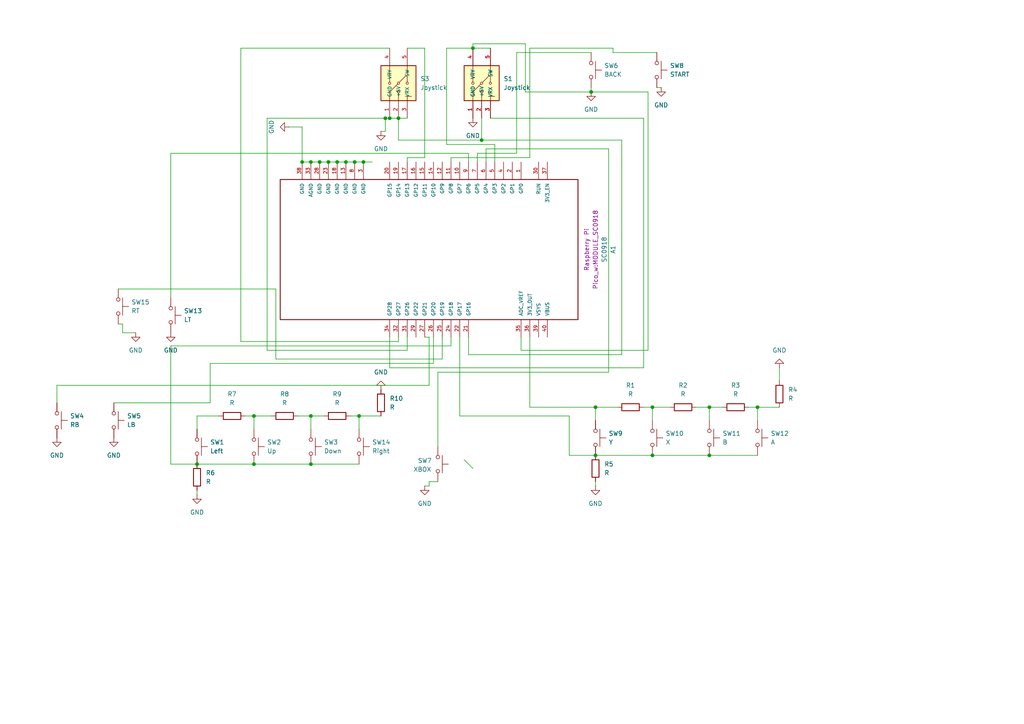
<source format=kicad_sch>
(kicad_sch
	(version 20231120)
	(generator "eeschema")
	(generator_version "8.0")
	(uuid "da7eae9c-1cd6-4419-a2eb-22a08e9426be")
	(paper "A4")
	(lib_symbols
		(symbol "Device:R"
			(pin_numbers hide)
			(pin_names
				(offset 0)
			)
			(exclude_from_sim no)
			(in_bom yes)
			(on_board yes)
			(property "Reference" "R"
				(at 2.032 0 90)
				(effects
					(font
						(size 1.27 1.27)
					)
				)
			)
			(property "Value" "R"
				(at 0 0 90)
				(effects
					(font
						(size 1.27 1.27)
					)
				)
			)
			(property "Footprint" ""
				(at -1.778 0 90)
				(effects
					(font
						(size 1.27 1.27)
					)
					(hide yes)
				)
			)
			(property "Datasheet" "~"
				(at 0 0 0)
				(effects
					(font
						(size 1.27 1.27)
					)
					(hide yes)
				)
			)
			(property "Description" "Resistor"
				(at 0 0 0)
				(effects
					(font
						(size 1.27 1.27)
					)
					(hide yes)
				)
			)
			(property "ki_keywords" "R res resistor"
				(at 0 0 0)
				(effects
					(font
						(size 1.27 1.27)
					)
					(hide yes)
				)
			)
			(property "ki_fp_filters" "R_*"
				(at 0 0 0)
				(effects
					(font
						(size 1.27 1.27)
					)
					(hide yes)
				)
			)
			(symbol "R_0_1"
				(rectangle
					(start -1.016 -2.54)
					(end 1.016 2.54)
					(stroke
						(width 0.254)
						(type default)
					)
					(fill
						(type none)
					)
				)
			)
			(symbol "R_1_1"
				(pin passive line
					(at 0 3.81 270)
					(length 1.27)
					(name "~"
						(effects
							(font
								(size 1.27 1.27)
							)
						)
					)
					(number "1"
						(effects
							(font
								(size 1.27 1.27)
							)
						)
					)
				)
				(pin passive line
					(at 0 -3.81 90)
					(length 1.27)
					(name "~"
						(effects
							(font
								(size 1.27 1.27)
							)
						)
					)
					(number "2"
						(effects
							(font
								(size 1.27 1.27)
							)
						)
					)
				)
			)
		)
		(symbol "JS5208:JS5208"
			(pin_names
				(offset 1.016)
			)
			(exclude_from_sim no)
			(in_bom yes)
			(on_board yes)
			(property "Reference" "S"
				(at -5.08 6.35 0)
				(effects
					(font
						(size 1.27 1.27)
					)
					(justify left bottom)
				)
			)
			(property "Value" "Joystick"
				(at -5.08 -7.62 0)
				(effects
					(font
						(size 1.27 1.27)
					)
					(justify left bottom)
				)
			)
			(property "Footprint" "JS5208:SW_JS5208"
				(at 2.54 7.62 0)
				(effects
					(font
						(size 1.27 1.27)
					)
					(justify bottom)
					(hide yes)
				)
			)
			(property "Datasheet" ""
				(at 0 0 0)
				(effects
					(font
						(size 1.27 1.27)
					)
					(hide yes)
				)
			)
			(property "Description" ""
				(at 0 0 0)
				(effects
					(font
						(size 1.27 1.27)
					)
					(hide yes)
				)
			)
			(property "DigiKey_Part_Number" "EG4561-ND"
				(at 3.81 10.668 0)
				(effects
					(font
						(size 1.27 1.27)
					)
					(justify bottom)
					(hide yes)
				)
			)
			(property "SnapEDA_Link" "https://www.snapeda.com/parts/JS5208/E-Switch/view-part/?ref=snap"
				(at 2.54 7.62 0)
				(effects
					(font
						(size 1.27 1.27)
					)
					(justify bottom)
					(hide yes)
				)
			)
			(property "MAXIMUM_PACKAGE_HEIGHT" "12.6 mm"
				(at 0 0 0)
				(effects
					(font
						(size 1.27 1.27)
					)
					(justify bottom)
					(hide yes)
				)
			)
			(property "Package" "None"
				(at 0 0 0)
				(effects
					(font
						(size 1.27 1.27)
					)
					(justify bottom)
					(hide yes)
				)
			)
			(property "Check_prices" "https://www.snapeda.com/parts/JS5208/E-Switch/view-part/?ref=eda"
				(at 2.54 7.62 0)
				(effects
					(font
						(size 1.27 1.27)
					)
					(justify bottom)
					(hide yes)
				)
			)
			(property "STANDARD" "Manufacturer Recommendations"
				(at 2.54 7.62 0)
				(effects
					(font
						(size 1.27 1.27)
					)
					(justify bottom)
					(hide yes)
				)
			)
			(property "PARTREV" "D"
				(at 0 0 0)
				(effects
					(font
						(size 1.27 1.27)
					)
					(justify bottom)
					(hide yes)
				)
			)
			(property "MF" "E-Switch"
				(at 0 0 0)
				(effects
					(font
						(size 1.27 1.27)
					)
					(justify bottom)
					(hide yes)
				)
			)
			(property "MP" "JS5208"
				(at 15.24 4.826 0)
				(effects
					(font
						(size 1.27 1.27)
					)
					(justify bottom)
					(hide yes)
				)
			)
			(property "Description_1" "\nNavigation Switch, JS1400 Series, 4-Way Directional, Plunger, 20mA DC, 12VDC | E-Switch JS5208\n"
				(at 2.54 7.62 0)
				(effects
					(font
						(size 1.27 1.27)
					)
					(justify bottom)
					(hide yes)
				)
			)
			(property "MANUFACTURER" "E-Switch"
				(at 0 0 0)
				(effects
					(font
						(size 1.27 1.27)
					)
					(justify bottom)
					(hide yes)
				)
			)
			(symbol "JS5208_0_0"
				(rectangle
					(start -5.08 5.08)
					(end 5.08 -5.08)
					(stroke
						(width 0.254)
						(type default)
					)
					(fill
						(type background)
					)
				)
				(circle
					(center -2.54 0)
					(radius 0.3302)
					(stroke
						(width 0.1524)
						(type default)
					)
					(fill
						(type none)
					)
				)
				(circle
					(center 0 -2.54)
					(radius 0.3302)
					(stroke
						(width 0.1524)
						(type default)
					)
					(fill
						(type none)
					)
				)
				(polyline
					(pts
						(xy -5.08 -2.54) (xy -3.81 -2.54)
					)
					(stroke
						(width 0.1524)
						(type default)
					)
					(fill
						(type none)
					)
				)
				(polyline
					(pts
						(xy -5.08 0) (xy -2.921 0)
					)
					(stroke
						(width 0.1524)
						(type default)
					)
					(fill
						(type none)
					)
				)
				(polyline
					(pts
						(xy -5.08 2.54) (xy -2.54 2.54)
					)
					(stroke
						(width 0.1524)
						(type default)
					)
					(fill
						(type none)
					)
				)
				(polyline
					(pts
						(xy -3.81 -2.54) (xy -3.81 -3.81)
					)
					(stroke
						(width 0.1524)
						(type default)
					)
					(fill
						(type none)
					)
				)
				(polyline
					(pts
						(xy -2.54 2.54) (xy -0.254 0.254)
					)
					(stroke
						(width 0.1524)
						(type default)
					)
					(fill
						(type none)
					)
				)
				(polyline
					(pts
						(xy 0.254 -0.254) (xy 1.905 -1.905)
					)
					(stroke
						(width 0.1524)
						(type default)
					)
					(fill
						(type none)
					)
				)
				(polyline
					(pts
						(xy 0.381 -2.54) (xy 5.08 -2.54)
					)
					(stroke
						(width 0.1524)
						(type default)
					)
					(fill
						(type none)
					)
				)
				(polyline
					(pts
						(xy 0.381 2.54) (xy 5.08 2.54)
					)
					(stroke
						(width 0.1524)
						(type default)
					)
					(fill
						(type none)
					)
				)
				(circle
					(center 0 0)
					(radius 0.3302)
					(stroke
						(width 0.1524)
						(type default)
					)
					(fill
						(type none)
					)
				)
				(circle
					(center 0 2.54)
					(radius 0.3302)
					(stroke
						(width 0.1524)
						(type default)
					)
					(fill
						(type none)
					)
				)
			)
			(symbol "JS5208_1_0"
				(pin passive line
					(at -10.16 2.54 0)
					(length 5.08)
					(name "GND"
						(effects
							(font
								(size 1.016 1.016)
							)
						)
					)
					(number "1"
						(effects
							(font
								(size 1.016 1.016)
							)
						)
					)
				)
				(pin passive line
					(at -10.16 0 0)
					(length 5.08)
					(name "+5V"
						(effects
							(font
								(size 1.016 1.016)
							)
						)
					)
					(number "2"
						(effects
							(font
								(size 1.016 1.016)
							)
						)
					)
				)
				(pin passive line
					(at -10.16 -2.54 0)
					(length 5.08)
					(name "VRX"
						(effects
							(font
								(size 1.016 1.016)
							)
						)
					)
					(number "3"
						(effects
							(font
								(size 1.016 1.016)
							)
						)
					)
				)
				(pin passive line
					(at 10.16 2.54 180)
					(length 5.08)
					(name "VRY"
						(effects
							(font
								(size 1.016 1.016)
							)
						)
					)
					(number "4"
						(effects
							(font
								(size 1.016 1.016)
							)
						)
					)
				)
				(pin passive line
					(at 10.16 -2.54 180)
					(length 5.08)
					(name "SW"
						(effects
							(font
								(size 1.016 1.016)
							)
						)
					)
					(number "5"
						(effects
							(font
								(size 1.016 1.016)
							)
						)
					)
				)
			)
		)
		(symbol "JS5208_1"
			(pin_names
				(offset 1.016)
			)
			(exclude_from_sim no)
			(in_bom yes)
			(on_board yes)
			(property "Reference" "S"
				(at -5.08 6.35 0)
				(effects
					(font
						(size 1.27 1.27)
					)
					(justify left bottom)
				)
			)
			(property "Value" "Joystick"
				(at -5.08 -7.62 0)
				(effects
					(font
						(size 1.27 1.27)
					)
					(justify left bottom)
				)
			)
			(property "Footprint" "JS5208:SW_JS5208"
				(at 2.54 7.62 0)
				(effects
					(font
						(size 1.27 1.27)
					)
					(justify bottom)
					(hide yes)
				)
			)
			(property "Datasheet" ""
				(at 0 0 0)
				(effects
					(font
						(size 1.27 1.27)
					)
					(hide yes)
				)
			)
			(property "Description" ""
				(at 0 0 0)
				(effects
					(font
						(size 1.27 1.27)
					)
					(hide yes)
				)
			)
			(property "DigiKey_Part_Number" "EG4561-ND"
				(at 3.81 10.668 0)
				(effects
					(font
						(size 1.27 1.27)
					)
					(justify bottom)
					(hide yes)
				)
			)
			(property "SnapEDA_Link" "https://www.snapeda.com/parts/JS5208/E-Switch/view-part/?ref=snap"
				(at 2.54 7.62 0)
				(effects
					(font
						(size 1.27 1.27)
					)
					(justify bottom)
					(hide yes)
				)
			)
			(property "MAXIMUM_PACKAGE_HEIGHT" "12.6 mm"
				(at 0 0 0)
				(effects
					(font
						(size 1.27 1.27)
					)
					(justify bottom)
					(hide yes)
				)
			)
			(property "Package" "None"
				(at 0 0 0)
				(effects
					(font
						(size 1.27 1.27)
					)
					(justify bottom)
					(hide yes)
				)
			)
			(property "Check_prices" "https://www.snapeda.com/parts/JS5208/E-Switch/view-part/?ref=eda"
				(at 2.54 7.62 0)
				(effects
					(font
						(size 1.27 1.27)
					)
					(justify bottom)
					(hide yes)
				)
			)
			(property "STANDARD" "Manufacturer Recommendations"
				(at 2.54 7.62 0)
				(effects
					(font
						(size 1.27 1.27)
					)
					(justify bottom)
					(hide yes)
				)
			)
			(property "PARTREV" "D"
				(at 0 0 0)
				(effects
					(font
						(size 1.27 1.27)
					)
					(justify bottom)
					(hide yes)
				)
			)
			(property "MF" "E-Switch"
				(at 0 0 0)
				(effects
					(font
						(size 1.27 1.27)
					)
					(justify bottom)
					(hide yes)
				)
			)
			(property "MP" "JS5208"
				(at 15.24 4.826 0)
				(effects
					(font
						(size 1.27 1.27)
					)
					(justify bottom)
					(hide yes)
				)
			)
			(property "Description_1" "\nNavigation Switch, JS1400 Series, 4-Way Directional, Plunger, 20mA DC, 12VDC | E-Switch JS5208\n"
				(at 2.54 7.62 0)
				(effects
					(font
						(size 1.27 1.27)
					)
					(justify bottom)
					(hide yes)
				)
			)
			(property "MANUFACTURER" "E-Switch"
				(at 0 0 0)
				(effects
					(font
						(size 1.27 1.27)
					)
					(justify bottom)
					(hide yes)
				)
			)
			(symbol "JS5208_1_0_0"
				(rectangle
					(start -5.08 5.08)
					(end 5.08 -5.08)
					(stroke
						(width 0.254)
						(type default)
					)
					(fill
						(type background)
					)
				)
				(circle
					(center -2.54 0)
					(radius 0.3302)
					(stroke
						(width 0.1524)
						(type default)
					)
					(fill
						(type none)
					)
				)
				(circle
					(center 0 -2.54)
					(radius 0.3302)
					(stroke
						(width 0.1524)
						(type default)
					)
					(fill
						(type none)
					)
				)
				(polyline
					(pts
						(xy -5.08 -2.54) (xy -3.81 -2.54)
					)
					(stroke
						(width 0.1524)
						(type default)
					)
					(fill
						(type none)
					)
				)
				(polyline
					(pts
						(xy -5.08 0) (xy -2.921 0)
					)
					(stroke
						(width 0.1524)
						(type default)
					)
					(fill
						(type none)
					)
				)
				(polyline
					(pts
						(xy -5.08 2.54) (xy -2.54 2.54)
					)
					(stroke
						(width 0.1524)
						(type default)
					)
					(fill
						(type none)
					)
				)
				(polyline
					(pts
						(xy -3.81 -2.54) (xy -3.81 -3.81)
					)
					(stroke
						(width 0.1524)
						(type default)
					)
					(fill
						(type none)
					)
				)
				(polyline
					(pts
						(xy -2.54 2.54) (xy -0.254 0.254)
					)
					(stroke
						(width 0.1524)
						(type default)
					)
					(fill
						(type none)
					)
				)
				(polyline
					(pts
						(xy 0.254 -0.254) (xy 1.905 -1.905)
					)
					(stroke
						(width 0.1524)
						(type default)
					)
					(fill
						(type none)
					)
				)
				(polyline
					(pts
						(xy 0.381 -2.54) (xy 5.08 -2.54)
					)
					(stroke
						(width 0.1524)
						(type default)
					)
					(fill
						(type none)
					)
				)
				(polyline
					(pts
						(xy 0.381 2.54) (xy 5.08 2.54)
					)
					(stroke
						(width 0.1524)
						(type default)
					)
					(fill
						(type none)
					)
				)
				(circle
					(center 0 0)
					(radius 0.3302)
					(stroke
						(width 0.1524)
						(type default)
					)
					(fill
						(type none)
					)
				)
				(circle
					(center 0 2.54)
					(radius 0.3302)
					(stroke
						(width 0.1524)
						(type default)
					)
					(fill
						(type none)
					)
				)
			)
			(symbol "JS5208_1_1_0"
				(pin passive line
					(at -10.16 2.54 0)
					(length 5.08)
					(name "GND"
						(effects
							(font
								(size 1.016 1.016)
							)
						)
					)
					(number "1"
						(effects
							(font
								(size 1.016 1.016)
							)
						)
					)
				)
				(pin passive line
					(at -10.16 0 0)
					(length 5.08)
					(name "+5V"
						(effects
							(font
								(size 1.016 1.016)
							)
						)
					)
					(number "2"
						(effects
							(font
								(size 1.016 1.016)
							)
						)
					)
				)
				(pin passive line
					(at -10.16 -2.54 0)
					(length 5.08)
					(name "VRX"
						(effects
							(font
								(size 1.016 1.016)
							)
						)
					)
					(number "3"
						(effects
							(font
								(size 1.016 1.016)
							)
						)
					)
				)
				(pin passive line
					(at 10.16 2.54 180)
					(length 5.08)
					(name "VRY"
						(effects
							(font
								(size 1.016 1.016)
							)
						)
					)
					(number "4"
						(effects
							(font
								(size 1.016 1.016)
							)
						)
					)
				)
				(pin passive line
					(at 10.16 -2.54 180)
					(length 5.08)
					(name "SW"
						(effects
							(font
								(size 1.016 1.016)
							)
						)
					)
					(number "5"
						(effects
							(font
								(size 1.016 1.016)
							)
						)
					)
				)
			)
		)
		(symbol "Pico_w:SC0918"
			(pin_names
				(offset 1.016)
			)
			(exclude_from_sim no)
			(in_bom yes)
			(on_board yes)
			(property "Reference" "A1"
				(at 0 58.42 0)
				(effects
					(font
						(size 1.27 1.27)
					)
				)
			)
			(property "Value" "SC0918"
				(at 0 55.88 0)
				(effects
					(font
						(size 1.27 1.27)
					)
				)
			)
			(property "Footprint" "Pico_w:MODULE_SC0918"
				(at -12.7 -46.99 0)
				(effects
					(font
						(size 1.27 1.27)
					)
					(justify bottom)
				)
			)
			(property "Datasheet" "https://datasheets.raspberrypi.com/picow/pico-w-datasheet.pdf"
				(at -26.67 -49.53 0)
				(effects
					(font
						(size 1.27 1.27)
					)
					(justify left bottom)
					(hide yes)
				)
			)
			(property "Description" ""
				(at 0 0 0)
				(effects
					(font
						(size 1.27 1.27)
					)
					(hide yes)
				)
			)
			(property "manufacturer" "Raspberry Pi"
				(at 0 53.34 0)
				(effects
					(font
						(size 1.27 1.27)
					)
				)
			)
			(property "P/N" "SC0918"
				(at 0 50.8 0)
				(effects
					(font
						(size 1.27 1.27)
					)
					(hide yes)
				)
			)
			(property "PARTREV" "1.6"
				(at 0 48.26 0)
				(effects
					(font
						(size 1.27 1.27)
					)
					(hide yes)
				)
			)
			(property "MAXIMUM_PACKAGE_HEIGHT" "3.73mm"
				(at 0 45.72 0)
				(effects
					(font
						(size 1.27 1.27)
					)
					(hide yes)
				)
			)
			(symbol "SC0918_0_0"
				(rectangle
					(start -20.32 -43.18)
					(end 20.32 43.18)
					(stroke
						(width 0.254)
						(type default)
					)
					(fill
						(type none)
					)
				)
				(pin bidirectional line
					(at -25.4 26.67 0)
					(length 5.08)
					(name "GP0"
						(effects
							(font
								(size 1.016 1.016)
							)
						)
					)
					(number "1"
						(effects
							(font
								(size 1.016 1.016)
							)
						)
					)
				)
				(pin bidirectional line
					(at -25.4 8.89 0)
					(length 5.08)
					(name "GP7"
						(effects
							(font
								(size 1.016 1.016)
							)
						)
					)
					(number "10"
						(effects
							(font
								(size 1.016 1.016)
							)
						)
					)
				)
				(pin bidirectional line
					(at -25.4 6.35 0)
					(length 5.08)
					(name "GP8"
						(effects
							(font
								(size 1.016 1.016)
							)
						)
					)
					(number "11"
						(effects
							(font
								(size 1.016 1.016)
							)
						)
					)
				)
				(pin bidirectional line
					(at -25.4 3.81 0)
					(length 5.08)
					(name "GP9"
						(effects
							(font
								(size 1.016 1.016)
							)
						)
					)
					(number "12"
						(effects
							(font
								(size 1.016 1.016)
							)
						)
					)
				)
				(pin power_in line
					(at -25.4 -24.13 0)
					(length 5.08)
					(name "GND"
						(effects
							(font
								(size 1.016 1.016)
							)
						)
					)
					(number "13"
						(effects
							(font
								(size 1.016 1.016)
							)
						)
					)
				)
				(pin bidirectional line
					(at -25.4 1.27 0)
					(length 5.08)
					(name "GP10"
						(effects
							(font
								(size 1.016 1.016)
							)
						)
					)
					(number "14"
						(effects
							(font
								(size 1.016 1.016)
							)
						)
					)
				)
				(pin bidirectional line
					(at -25.4 -1.27 0)
					(length 5.08)
					(name "GP11"
						(effects
							(font
								(size 1.016 1.016)
							)
						)
					)
					(number "15"
						(effects
							(font
								(size 1.016 1.016)
							)
						)
					)
				)
				(pin bidirectional line
					(at -25.4 -3.81 0)
					(length 5.08)
					(name "GP12"
						(effects
							(font
								(size 1.016 1.016)
							)
						)
					)
					(number "16"
						(effects
							(font
								(size 1.016 1.016)
							)
						)
					)
				)
				(pin bidirectional line
					(at -25.4 -6.35 0)
					(length 5.08)
					(name "GP13"
						(effects
							(font
								(size 1.016 1.016)
							)
						)
					)
					(number "17"
						(effects
							(font
								(size 1.016 1.016)
							)
						)
					)
				)
				(pin power_in line
					(at -25.4 -26.67 0)
					(length 5.08)
					(name "GND"
						(effects
							(font
								(size 1.016 1.016)
							)
						)
					)
					(number "18"
						(effects
							(font
								(size 1.016 1.016)
							)
						)
					)
				)
				(pin bidirectional line
					(at -25.4 -8.89 0)
					(length 5.08)
					(name "GP14"
						(effects
							(font
								(size 1.016 1.016)
							)
						)
					)
					(number "19"
						(effects
							(font
								(size 1.016 1.016)
							)
						)
					)
				)
				(pin bidirectional line
					(at -25.4 24.13 0)
					(length 5.08)
					(name "GP1"
						(effects
							(font
								(size 1.016 1.016)
							)
						)
					)
					(number "2"
						(effects
							(font
								(size 1.016 1.016)
							)
						)
					)
				)
				(pin bidirectional line
					(at -25.4 -11.43 0)
					(length 5.08)
					(name "GP15"
						(effects
							(font
								(size 1.016 1.016)
							)
						)
					)
					(number "20"
						(effects
							(font
								(size 1.016 1.016)
							)
						)
					)
				)
				(pin bidirectional line
					(at 25.4 11.43 180)
					(length 5.08)
					(name "GP16"
						(effects
							(font
								(size 1.016 1.016)
							)
						)
					)
					(number "21"
						(effects
							(font
								(size 1.016 1.016)
							)
						)
					)
				)
				(pin bidirectional line
					(at 25.4 8.89 180)
					(length 5.08)
					(name "GP17"
						(effects
							(font
								(size 1.016 1.016)
							)
						)
					)
					(number "22"
						(effects
							(font
								(size 1.016 1.016)
							)
						)
					)
				)
				(pin power_in line
					(at -25.4 -29.21 0)
					(length 5.08)
					(name "GND"
						(effects
							(font
								(size 1.016 1.016)
							)
						)
					)
					(number "23"
						(effects
							(font
								(size 1.016 1.016)
							)
						)
					)
				)
				(pin bidirectional line
					(at 25.4 6.35 180)
					(length 5.08)
					(name "GP18"
						(effects
							(font
								(size 1.016 1.016)
							)
						)
					)
					(number "24"
						(effects
							(font
								(size 1.016 1.016)
							)
						)
					)
				)
				(pin bidirectional line
					(at 25.4 3.81 180)
					(length 5.08)
					(name "GP19"
						(effects
							(font
								(size 1.016 1.016)
							)
						)
					)
					(number "25"
						(effects
							(font
								(size 1.016 1.016)
							)
						)
					)
				)
				(pin bidirectional line
					(at 25.4 1.27 180)
					(length 5.08)
					(name "GP20"
						(effects
							(font
								(size 1.016 1.016)
							)
						)
					)
					(number "26"
						(effects
							(font
								(size 1.016 1.016)
							)
						)
					)
				)
				(pin bidirectional line
					(at 25.4 -1.27 180)
					(length 5.08)
					(name "GP21"
						(effects
							(font
								(size 1.016 1.016)
							)
						)
					)
					(number "27"
						(effects
							(font
								(size 1.016 1.016)
							)
						)
					)
				)
				(pin power_in line
					(at -25.4 -31.75 0)
					(length 5.08)
					(name "GND"
						(effects
							(font
								(size 1.016 1.016)
							)
						)
					)
					(number "28"
						(effects
							(font
								(size 1.016 1.016)
							)
						)
					)
				)
				(pin bidirectional line
					(at 25.4 -3.81 180)
					(length 5.08)
					(name "GP22"
						(effects
							(font
								(size 1.016 1.016)
							)
						)
					)
					(number "29"
						(effects
							(font
								(size 1.016 1.016)
							)
						)
					)
				)
				(pin power_in line
					(at -25.4 -19.05 0)
					(length 5.08)
					(name "GND"
						(effects
							(font
								(size 1.016 1.016)
							)
						)
					)
					(number "3"
						(effects
							(font
								(size 1.016 1.016)
							)
						)
					)
				)
				(pin input line
					(at -25.4 31.75 0)
					(length 5.08)
					(name "RUN"
						(effects
							(font
								(size 1.016 1.016)
							)
						)
					)
					(number "30"
						(effects
							(font
								(size 1.016 1.016)
							)
						)
					)
				)
				(pin bidirectional line
					(at 25.4 -6.35 180)
					(length 5.08)
					(name "GP26"
						(effects
							(font
								(size 1.016 1.016)
							)
						)
					)
					(number "31"
						(effects
							(font
								(size 1.016 1.016)
							)
						)
					)
				)
				(pin bidirectional line
					(at 25.4 -8.89 180)
					(length 5.08)
					(name "GP27"
						(effects
							(font
								(size 1.016 1.016)
							)
						)
					)
					(number "32"
						(effects
							(font
								(size 1.016 1.016)
							)
						)
					)
				)
				(pin power_in line
					(at -25.4 -34.29 0)
					(length 5.08)
					(name "AGND"
						(effects
							(font
								(size 1.016 1.016)
							)
						)
					)
					(number "33"
						(effects
							(font
								(size 1.016 1.016)
							)
						)
					)
				)
				(pin bidirectional line
					(at 25.4 -11.43 180)
					(length 5.08)
					(name "GP28"
						(effects
							(font
								(size 1.016 1.016)
							)
						)
					)
					(number "34"
						(effects
							(font
								(size 1.016 1.016)
							)
						)
					)
				)
				(pin power_in line
					(at 25.4 26.67 180)
					(length 5.08)
					(name "ADC_VREF"
						(effects
							(font
								(size 1.016 1.016)
							)
						)
					)
					(number "35"
						(effects
							(font
								(size 1.016 1.016)
							)
						)
					)
				)
				(pin power_in line
					(at 25.4 29.21 180)
					(length 5.08)
					(name "3V3_OUT"
						(effects
							(font
								(size 1.016 1.016)
							)
						)
					)
					(number "36"
						(effects
							(font
								(size 1.016 1.016)
							)
						)
					)
				)
				(pin input line
					(at -25.4 34.29 0)
					(length 5.08)
					(name "3V3_EN"
						(effects
							(font
								(size 1.016 1.016)
							)
						)
					)
					(number "37"
						(effects
							(font
								(size 1.016 1.016)
							)
						)
					)
				)
				(pin power_in line
					(at -25.4 -36.83 0)
					(length 5.08)
					(name "GND"
						(effects
							(font
								(size 1.016 1.016)
							)
						)
					)
					(number "38"
						(effects
							(font
								(size 1.016 1.016)
							)
						)
					)
				)
				(pin free line
					(at 25.4 31.75 180)
					(length 5.08)
					(name "VSYS"
						(effects
							(font
								(size 1.016 1.016)
							)
						)
					)
					(number "39"
						(effects
							(font
								(size 1.016 1.016)
							)
						)
					)
				)
				(pin bidirectional line
					(at -25.4 21.59 0)
					(length 5.08)
					(name "GP2"
						(effects
							(font
								(size 1.016 1.016)
							)
						)
					)
					(number "4"
						(effects
							(font
								(size 1.016 1.016)
							)
						)
					)
				)
				(pin free line
					(at 25.4 34.29 180)
					(length 5.08)
					(name "VBUS"
						(effects
							(font
								(size 1.016 1.016)
							)
						)
					)
					(number "40"
						(effects
							(font
								(size 1.016 1.016)
							)
						)
					)
				)
				(pin bidirectional line
					(at -25.4 19.05 0)
					(length 5.08)
					(name "GP3"
						(effects
							(font
								(size 1.016 1.016)
							)
						)
					)
					(number "5"
						(effects
							(font
								(size 1.016 1.016)
							)
						)
					)
				)
				(pin bidirectional line
					(at -25.4 16.51 0)
					(length 5.08)
					(name "GP4"
						(effects
							(font
								(size 1.016 1.016)
							)
						)
					)
					(number "6"
						(effects
							(font
								(size 1.016 1.016)
							)
						)
					)
				)
				(pin bidirectional line
					(at -25.4 13.97 0)
					(length 5.08)
					(name "GP5"
						(effects
							(font
								(size 1.016 1.016)
							)
						)
					)
					(number "7"
						(effects
							(font
								(size 1.016 1.016)
							)
						)
					)
				)
				(pin power_in line
					(at -25.4 -21.59 0)
					(length 5.08)
					(name "GND"
						(effects
							(font
								(size 1.016 1.016)
							)
						)
					)
					(number "8"
						(effects
							(font
								(size 1.016 1.016)
							)
						)
					)
				)
				(pin bidirectional line
					(at -25.4 11.43 0)
					(length 5.08)
					(name "GP6"
						(effects
							(font
								(size 1.016 1.016)
							)
						)
					)
					(number "9"
						(effects
							(font
								(size 1.016 1.016)
							)
						)
					)
				)
			)
		)
		(symbol "Switch:SW_Push"
			(pin_numbers hide)
			(pin_names
				(offset 1.016) hide)
			(exclude_from_sim no)
			(in_bom yes)
			(on_board yes)
			(property "Reference" "SW"
				(at 1.27 2.54 0)
				(effects
					(font
						(size 1.27 1.27)
					)
					(justify left)
				)
			)
			(property "Value" "SW_Push"
				(at 0 -1.524 0)
				(effects
					(font
						(size 1.27 1.27)
					)
				)
			)
			(property "Footprint" ""
				(at 0 5.08 0)
				(effects
					(font
						(size 1.27 1.27)
					)
					(hide yes)
				)
			)
			(property "Datasheet" "~"
				(at 0 5.08 0)
				(effects
					(font
						(size 1.27 1.27)
					)
					(hide yes)
				)
			)
			(property "Description" "Push button switch, generic, two pins"
				(at 0 0 0)
				(effects
					(font
						(size 1.27 1.27)
					)
					(hide yes)
				)
			)
			(property "ki_keywords" "switch normally-open pushbutton push-button"
				(at 0 0 0)
				(effects
					(font
						(size 1.27 1.27)
					)
					(hide yes)
				)
			)
			(symbol "SW_Push_0_1"
				(circle
					(center -2.032 0)
					(radius 0.508)
					(stroke
						(width 0)
						(type default)
					)
					(fill
						(type none)
					)
				)
				(polyline
					(pts
						(xy 0 1.27) (xy 0 3.048)
					)
					(stroke
						(width 0)
						(type default)
					)
					(fill
						(type none)
					)
				)
				(polyline
					(pts
						(xy 2.54 1.27) (xy -2.54 1.27)
					)
					(stroke
						(width 0)
						(type default)
					)
					(fill
						(type none)
					)
				)
				(circle
					(center 2.032 0)
					(radius 0.508)
					(stroke
						(width 0)
						(type default)
					)
					(fill
						(type none)
					)
				)
				(pin passive line
					(at -5.08 0 0)
					(length 2.54)
					(name "1"
						(effects
							(font
								(size 1.27 1.27)
							)
						)
					)
					(number "1"
						(effects
							(font
								(size 1.27 1.27)
							)
						)
					)
				)
				(pin passive line
					(at 5.08 0 180)
					(length 2.54)
					(name "2"
						(effects
							(font
								(size 1.27 1.27)
							)
						)
					)
					(number "2"
						(effects
							(font
								(size 1.27 1.27)
							)
						)
					)
				)
			)
		)
		(symbol "power:GND"
			(power)
			(pin_numbers hide)
			(pin_names
				(offset 0) hide)
			(exclude_from_sim no)
			(in_bom yes)
			(on_board yes)
			(property "Reference" "#PWR"
				(at 0 -6.35 0)
				(effects
					(font
						(size 1.27 1.27)
					)
					(hide yes)
				)
			)
			(property "Value" "GND"
				(at 0 -3.81 0)
				(effects
					(font
						(size 1.27 1.27)
					)
				)
			)
			(property "Footprint" ""
				(at 0 0 0)
				(effects
					(font
						(size 1.27 1.27)
					)
					(hide yes)
				)
			)
			(property "Datasheet" ""
				(at 0 0 0)
				(effects
					(font
						(size 1.27 1.27)
					)
					(hide yes)
				)
			)
			(property "Description" "Power symbol creates a global label with name \"GND\" , ground"
				(at 0 0 0)
				(effects
					(font
						(size 1.27 1.27)
					)
					(hide yes)
				)
			)
			(property "ki_keywords" "global power"
				(at 0 0 0)
				(effects
					(font
						(size 1.27 1.27)
					)
					(hide yes)
				)
			)
			(symbol "GND_0_1"
				(polyline
					(pts
						(xy 0 0) (xy 0 -1.27) (xy 1.27 -1.27) (xy 0 -2.54) (xy -1.27 -1.27) (xy 0 -1.27)
					)
					(stroke
						(width 0)
						(type default)
					)
					(fill
						(type none)
					)
				)
			)
			(symbol "GND_1_1"
				(pin power_in line
					(at 0 0 270)
					(length 0)
					(name "~"
						(effects
							(font
								(size 1.27 1.27)
							)
						)
					)
					(number "1"
						(effects
							(font
								(size 1.27 1.27)
							)
						)
					)
				)
			)
		)
	)
	(junction
		(at 172.72 132.08)
		(diameter 0)
		(color 0 0 0 0)
		(uuid "164383d6-dfd5-4ec5-b4a5-dd88bf1587f3")
	)
	(junction
		(at 172.72 118.11)
		(diameter 0)
		(color 0 0 0 0)
		(uuid "1cb3671b-272d-4711-af17-719ea3691931")
	)
	(junction
		(at 97.79 46.99)
		(diameter 0)
		(color 0 0 0 0)
		(uuid "1d4e3c20-2446-43b1-a68b-1db246fa71bb")
	)
	(junction
		(at 92.71 46.99)
		(diameter 0)
		(color 0 0 0 0)
		(uuid "21b642b2-de4a-4099-aef0-c83e11f22925")
	)
	(junction
		(at 73.66 120.65)
		(diameter 0)
		(color 0 0 0 0)
		(uuid "2960b00d-6d0b-486c-8a98-63de82f6b5d0")
	)
	(junction
		(at 105.41 46.99)
		(diameter 0)
		(color 0 0 0 0)
		(uuid "53ca3676-b33d-465a-9c68-c7445a71bd60")
	)
	(junction
		(at 205.74 118.11)
		(diameter 0)
		(color 0 0 0 0)
		(uuid "609825e3-be49-4df5-864e-97d2a5ef5927")
	)
	(junction
		(at 137.16 13.97)
		(diameter 0)
		(color 0 0 0 0)
		(uuid "6ce2d52e-a7f7-4d49-913e-a6e913b2ba6e")
	)
	(junction
		(at 73.66 134.62)
		(diameter 0)
		(color 0 0 0 0)
		(uuid "6fdbab63-4a88-44da-9f81-e74f7ff6aae6")
	)
	(junction
		(at 205.74 132.08)
		(diameter 0)
		(color 0 0 0 0)
		(uuid "7552fd55-0471-4e48-9739-687c4b6173bc")
	)
	(junction
		(at 102.87 46.99)
		(diameter 0)
		(color 0 0 0 0)
		(uuid "7d1dc64c-7bae-4dd1-ae9f-9f30054aaf3d")
	)
	(junction
		(at 87.63 46.99)
		(diameter 0)
		(color 0 0 0 0)
		(uuid "8a23f51f-4622-4daa-b63a-c9df6cc55239")
	)
	(junction
		(at 90.17 134.62)
		(diameter 0)
		(color 0 0 0 0)
		(uuid "990ab820-a858-4eea-a217-745678be882d")
	)
	(junction
		(at 90.17 46.99)
		(diameter 0)
		(color 0 0 0 0)
		(uuid "992139b9-0422-4db3-af05-4d01b5b8d796")
	)
	(junction
		(at 139.7 40.64)
		(diameter 0)
		(color 0 0 0 0)
		(uuid "a222336b-cd3e-497d-9d65-6d909b3fa9a4")
	)
	(junction
		(at 115.57 34.29)
		(diameter 0)
		(color 0 0 0 0)
		(uuid "b0bcb57a-b4b8-41bd-860d-529fc2dbf351")
	)
	(junction
		(at 219.71 118.11)
		(diameter 0)
		(color 0 0 0 0)
		(uuid "b4f94f37-ef0a-4dda-b86f-9c32c74e99bd")
	)
	(junction
		(at 57.15 134.62)
		(diameter 0)
		(color 0 0 0 0)
		(uuid "b85fe719-099d-4f09-93d9-e2b727b378a8")
	)
	(junction
		(at 113.03 34.29)
		(diameter 0)
		(color 0 0 0 0)
		(uuid "b86b2cbb-f46d-4745-97d0-820209cf1989")
	)
	(junction
		(at 95.25 46.99)
		(diameter 0)
		(color 0 0 0 0)
		(uuid "bdbf82ed-1ee9-4817-be80-dedff75dd1c8")
	)
	(junction
		(at 100.33 46.99)
		(diameter 0)
		(color 0 0 0 0)
		(uuid "c7add0e8-9e79-4d7c-87a4-2548e6b6231f")
	)
	(junction
		(at 171.45 26.67)
		(diameter 0)
		(color 0 0 0 0)
		(uuid "db5b9e17-c037-4d11-b4e0-a9ace8c1227a")
	)
	(junction
		(at 104.14 120.65)
		(diameter 0)
		(color 0 0 0 0)
		(uuid "dff648b0-edf9-4497-aef5-54915afbdb5b")
	)
	(junction
		(at 111.76 34.29)
		(diameter 0)
		(color 0 0 0 0)
		(uuid "e6d9cdef-b2f4-4270-a46f-d1c8d80a2f24")
	)
	(junction
		(at 189.23 118.11)
		(diameter 0)
		(color 0 0 0 0)
		(uuid "e99e5ab9-7d58-46ec-a01d-bfda42153991")
	)
	(junction
		(at 189.23 132.08)
		(diameter 0)
		(color 0 0 0 0)
		(uuid "ef98e8ac-fbec-47bc-a182-bf90aee83853")
	)
	(junction
		(at 90.17 120.65)
		(diameter 0)
		(color 0 0 0 0)
		(uuid "fc40ef98-d5ac-4fec-bf8e-b72a6e840017")
	)
	(bus_entry
		(at 134.62 133.35)
		(size 2.54 2.54)
		(stroke
			(width 0)
			(type default)
		)
		(uuid "3eff9a8d-6b1d-4479-ab6f-cc15c86cbbfa")
	)
	(wire
		(pts
			(xy 153.67 97.79) (xy 153.67 118.11)
		)
		(stroke
			(width 0)
			(type default)
		)
		(uuid "01e21eed-058e-4774-a754-c69631ff94f9")
	)
	(wire
		(pts
			(xy 100.33 46.99) (xy 97.79 46.99)
		)
		(stroke
			(width 0)
			(type default)
		)
		(uuid "060c00d8-b6a7-47cf-a379-ba6a863a9cca")
	)
	(wire
		(pts
			(xy 171.45 15.24) (xy 149.86 15.24)
		)
		(stroke
			(width 0)
			(type default)
		)
		(uuid "07945e1c-5e8c-4060-928c-5ce57ef68ead")
	)
	(wire
		(pts
			(xy 80.01 104.14) (xy 128.27 104.14)
		)
		(stroke
			(width 0)
			(type default)
		)
		(uuid "0a853db6-6614-44c2-8b89-565cbb397ad4")
	)
	(wire
		(pts
			(xy 135.89 44.45) (xy 135.89 46.99)
		)
		(stroke
			(width 0)
			(type default)
		)
		(uuid "0a8ec5f2-503b-4910-afa6-53de962899cf")
	)
	(wire
		(pts
			(xy 60.96 105.41) (xy 125.73 105.41)
		)
		(stroke
			(width 0)
			(type default)
		)
		(uuid "0e579558-3ce2-4efd-9869-0170f55ca3ba")
	)
	(wire
		(pts
			(xy 219.71 118.11) (xy 219.71 121.92)
		)
		(stroke
			(width 0)
			(type default)
		)
		(uuid "0fa38b22-32e0-486a-8592-2ab0eb6b7fd7")
	)
	(wire
		(pts
			(xy 180.34 102.87) (xy 135.89 102.87)
		)
		(stroke
			(width 0)
			(type default)
		)
		(uuid "17900b55-cd36-4faf-9bd5-6df1aa567aff")
	)
	(wire
		(pts
			(xy 129.54 13.97) (xy 137.16 13.97)
		)
		(stroke
			(width 0)
			(type default)
		)
		(uuid "18a398c8-8d83-422d-a3c2-858ed5250a6e")
	)
	(wire
		(pts
			(xy 60.96 116.84) (xy 60.96 105.41)
		)
		(stroke
			(width 0)
			(type default)
		)
		(uuid "1a121acb-be6d-4e6f-9ea2-4a460f57c8b9")
	)
	(wire
		(pts
			(xy 142.24 34.29) (xy 186.69 34.29)
		)
		(stroke
			(width 0)
			(type default)
		)
		(uuid "1a7914e0-ce63-4f92-9a93-f17d8eaa44b8")
	)
	(wire
		(pts
			(xy 189.23 118.11) (xy 189.23 121.92)
		)
		(stroke
			(width 0)
			(type default)
		)
		(uuid "1f5cacf3-9e2a-4315-9698-9f5e84804203")
	)
	(wire
		(pts
			(xy 135.89 102.87) (xy 135.89 97.79)
		)
		(stroke
			(width 0)
			(type default)
		)
		(uuid "1fd07fb7-4eb0-4682-978d-08deb8f29e61")
	)
	(wire
		(pts
			(xy 115.57 34.29) (xy 115.57 40.64)
		)
		(stroke
			(width 0)
			(type default)
		)
		(uuid "209ca3fa-ce26-4d76-ad7c-611a8bff7c23")
	)
	(wire
		(pts
			(xy 190.5 25.4) (xy 191.77 25.4)
		)
		(stroke
			(width 0)
			(type default)
		)
		(uuid "22c0644e-4426-486f-9075-5da5485a297a")
	)
	(wire
		(pts
			(xy 113.03 106.68) (xy 113.03 97.79)
		)
		(stroke
			(width 0)
			(type default)
		)
		(uuid "27846fe1-23e3-4092-b2ba-cb66c54b5929")
	)
	(wire
		(pts
			(xy 90.17 46.99) (xy 87.63 46.99)
		)
		(stroke
			(width 0)
			(type default)
		)
		(uuid "284e5a39-0c6d-4cba-9010-4d3a125e139f")
	)
	(wire
		(pts
			(xy 130.81 45.72) (xy 153.67 45.72)
		)
		(stroke
			(width 0)
			(type default)
		)
		(uuid "28fed695-4bc2-4fb1-98de-f3b20d4221ac")
	)
	(wire
		(pts
			(xy 201.93 118.11) (xy 205.74 118.11)
		)
		(stroke
			(width 0)
			(type default)
		)
		(uuid "2d8dc6d1-de77-451a-a642-16fb7ea884de")
	)
	(wire
		(pts
			(xy 149.86 15.24) (xy 149.86 44.45)
		)
		(stroke
			(width 0)
			(type default)
		)
		(uuid "2f03b1a5-7a90-4e3b-8ed4-2165352004cc")
	)
	(wire
		(pts
			(xy 113.03 13.97) (xy 69.85 13.97)
		)
		(stroke
			(width 0)
			(type default)
		)
		(uuid "2fd0379c-b0fd-48cd-af70-b98cf1ca0a1e")
	)
	(wire
		(pts
			(xy 73.66 120.65) (xy 78.74 120.65)
		)
		(stroke
			(width 0)
			(type default)
		)
		(uuid "303ce9cf-e252-496b-a83c-8b0dab3ce260")
	)
	(wire
		(pts
			(xy 149.86 44.45) (xy 138.43 44.45)
		)
		(stroke
			(width 0)
			(type default)
		)
		(uuid "3087814d-3c08-4891-99ef-b3a612d61025")
	)
	(wire
		(pts
			(xy 226.06 106.68) (xy 226.06 110.49)
		)
		(stroke
			(width 0)
			(type default)
		)
		(uuid "31987ec3-4e0f-4db8-949a-6273cda3d5c0")
	)
	(wire
		(pts
			(xy 124.46 139.7) (xy 127 139.7)
		)
		(stroke
			(width 0)
			(type default)
		)
		(uuid "31c5a99d-670d-4ec7-92ab-0aae524ec506")
	)
	(wire
		(pts
			(xy 57.15 134.62) (xy 73.66 134.62)
		)
		(stroke
			(width 0)
			(type default)
		)
		(uuid "322c4a65-7fa5-4eab-8066-79d5aa303e1a")
	)
	(wire
		(pts
			(xy 171.45 25.4) (xy 171.45 26.67)
		)
		(stroke
			(width 0)
			(type default)
		)
		(uuid "33d31a2b-d723-405a-9f79-8902e1688d2c")
	)
	(wire
		(pts
			(xy 34.29 93.98) (xy 35.56 93.98)
		)
		(stroke
			(width 0)
			(type default)
		)
		(uuid "38c6f9f6-3bdc-49d9-961d-8afe6c232185")
	)
	(wire
		(pts
			(xy 57.15 142.24) (xy 57.15 143.51)
		)
		(stroke
			(width 0)
			(type default)
		)
		(uuid "3abe0794-160d-4d10-9fbe-5ff6f58b444e")
	)
	(wire
		(pts
			(xy 73.66 120.65) (xy 73.66 124.46)
		)
		(stroke
			(width 0)
			(type default)
		)
		(uuid "3b7e21fc-1764-4f95-a72a-6e25a54654e2")
	)
	(wire
		(pts
			(xy 104.14 120.65) (xy 110.49 120.65)
		)
		(stroke
			(width 0)
			(type default)
		)
		(uuid "3b980181-232c-4f12-9fee-6bf81d0bd4d0")
	)
	(wire
		(pts
			(xy 49.53 86.36) (xy 49.53 44.45)
		)
		(stroke
			(width 0)
			(type default)
		)
		(uuid "3f0de292-9c63-443a-9877-3761919a1d24")
	)
	(wire
		(pts
			(xy 190.5 15.24) (xy 177.8 15.24)
		)
		(stroke
			(width 0)
			(type default)
		)
		(uuid "411101cb-56ae-447a-b499-6928292b0dab")
	)
	(wire
		(pts
			(xy 86.36 120.65) (xy 90.17 120.65)
		)
		(stroke
			(width 0)
			(type default)
		)
		(uuid "44c3602a-2aa1-4820-8657-fe938d4599a4")
	)
	(wire
		(pts
			(xy 172.72 118.11) (xy 179.07 118.11)
		)
		(stroke
			(width 0)
			(type default)
		)
		(uuid "453a180d-d925-43b2-b260-08aef8cc4448")
	)
	(wire
		(pts
			(xy 104.14 120.65) (xy 104.14 124.46)
		)
		(stroke
			(width 0)
			(type default)
		)
		(uuid "483122f6-e9f2-4482-9242-ef86e9cc996a")
	)
	(wire
		(pts
			(xy 189.23 132.08) (xy 205.74 132.08)
		)
		(stroke
			(width 0)
			(type default)
		)
		(uuid "4905b19f-30bb-43dc-931b-73b2b9e15e1f")
	)
	(wire
		(pts
			(xy 101.6 120.65) (xy 104.14 120.65)
		)
		(stroke
			(width 0)
			(type default)
		)
		(uuid "4d41592e-26e5-444b-bfa1-6f89e69175a3")
	)
	(wire
		(pts
			(xy 186.69 106.68) (xy 113.03 106.68)
		)
		(stroke
			(width 0)
			(type default)
		)
		(uuid "4e592b5a-cb3b-465f-8479-e761686e1a3f")
	)
	(wire
		(pts
			(xy 123.19 45.72) (xy 118.11 45.72)
		)
		(stroke
			(width 0)
			(type default)
		)
		(uuid "5555824e-8f4d-456b-8307-92c0db824158")
	)
	(wire
		(pts
			(xy 97.79 46.99) (xy 95.25 46.99)
		)
		(stroke
			(width 0)
			(type default)
		)
		(uuid "56268fba-f083-4a47-ac2b-b04347015bf3")
	)
	(wire
		(pts
			(xy 73.66 134.62) (xy 90.17 134.62)
		)
		(stroke
			(width 0)
			(type default)
		)
		(uuid "575d2fcd-dab4-456a-a712-3a19f47962f4")
	)
	(wire
		(pts
			(xy 153.67 13.97) (xy 153.67 45.72)
		)
		(stroke
			(width 0)
			(type default)
		)
		(uuid "59c58973-d00b-4d41-bcdb-1a788b883a14")
	)
	(wire
		(pts
			(xy 80.01 83.82) (xy 80.01 104.14)
		)
		(stroke
			(width 0)
			(type default)
		)
		(uuid "5ad0349b-c2e1-475b-b592-c3be918049e1")
	)
	(wire
		(pts
			(xy 139.7 40.64) (xy 180.34 40.64)
		)
		(stroke
			(width 0)
			(type default)
		)
		(uuid "62c5f07f-8802-47ba-838f-7052abc3d890")
	)
	(wire
		(pts
			(xy 87.63 36.83) (xy 83.82 36.83)
		)
		(stroke
			(width 0)
			(type default)
		)
		(uuid "62d869c6-6680-4014-a124-a8d2ff6efa54")
	)
	(wire
		(pts
			(xy 35.56 93.98) (xy 35.56 96.52)
		)
		(stroke
			(width 0)
			(type default)
		)
		(uuid "648e7cdf-eaeb-4228-9949-5654b13e945a")
	)
	(wire
		(pts
			(xy 113.03 34.29) (xy 115.57 34.29)
		)
		(stroke
			(width 0)
			(type default)
		)
		(uuid "66a5098e-e518-4f39-ab02-8d32e6589707")
	)
	(wire
		(pts
			(xy 177.8 13.97) (xy 153.67 13.97)
		)
		(stroke
			(width 0)
			(type default)
		)
		(uuid "6ab2262d-874f-4556-80fe-53e33eabcb21")
	)
	(wire
		(pts
			(xy 124.46 111.76) (xy 124.46 97.79)
		)
		(stroke
			(width 0)
			(type default)
		)
		(uuid "6c588bc8-df62-4959-8585-18461107f03c")
	)
	(wire
		(pts
			(xy 186.69 34.29) (xy 186.69 106.68)
		)
		(stroke
			(width 0)
			(type default)
		)
		(uuid "6c82443d-1af3-4820-bb72-070b231d5d84")
	)
	(wire
		(pts
			(xy 143.51 41.91) (xy 143.51 46.99)
		)
		(stroke
			(width 0)
			(type default)
		)
		(uuid "6cd7ca5e-8ff9-4e11-b07b-45b4fa049163")
	)
	(wire
		(pts
			(xy 57.15 120.65) (xy 63.5 120.65)
		)
		(stroke
			(width 0)
			(type default)
		)
		(uuid "6f92325e-970e-45d5-9f84-8d59ddfac85b")
	)
	(wire
		(pts
			(xy 33.02 116.84) (xy 60.96 116.84)
		)
		(stroke
			(width 0)
			(type default)
		)
		(uuid "705ed326-a46a-4e79-b1c3-a5bdb7aacea5")
	)
	(wire
		(pts
			(xy 90.17 134.62) (xy 104.14 134.62)
		)
		(stroke
			(width 0)
			(type default)
		)
		(uuid "72432654-64d9-4757-a382-168d9a2f02c5")
	)
	(wire
		(pts
			(xy 172.72 132.08) (xy 189.23 132.08)
		)
		(stroke
			(width 0)
			(type default)
		)
		(uuid "762b204a-6074-4066-a35e-859051104401")
	)
	(wire
		(pts
			(xy 127 129.54) (xy 127 107.95)
		)
		(stroke
			(width 0)
			(type default)
		)
		(uuid "7740f210-7af4-4be7-91f5-e4a4e7e56288")
	)
	(wire
		(pts
			(xy 124.46 97.79) (xy 123.19 97.79)
		)
		(stroke
			(width 0)
			(type default)
		)
		(uuid "77b6af29-2ba6-40c8-b4f6-213bdb6f938f")
	)
	(wire
		(pts
			(xy 95.25 46.99) (xy 92.71 46.99)
		)
		(stroke
			(width 0)
			(type default)
		)
		(uuid "7bdb6b45-fb6f-4a7a-8734-f08b5a598f65")
	)
	(wire
		(pts
			(xy 180.34 40.64) (xy 180.34 102.87)
		)
		(stroke
			(width 0)
			(type default)
		)
		(uuid "7d81b98c-a39c-40d5-9de3-1ee3bcbd6543")
	)
	(wire
		(pts
			(xy 57.15 120.65) (xy 57.15 124.46)
		)
		(stroke
			(width 0)
			(type default)
		)
		(uuid "7f8f16ed-3ca4-48b3-92cd-518cb7f28a56")
	)
	(wire
		(pts
			(xy 115.57 34.29) (xy 118.11 34.29)
		)
		(stroke
			(width 0)
			(type default)
		)
		(uuid "80955e02-929e-4683-9d80-b87d5e393b21")
	)
	(wire
		(pts
			(xy 92.71 46.99) (xy 90.17 46.99)
		)
		(stroke
			(width 0)
			(type default)
		)
		(uuid "81135def-e516-4907-9e45-22004519a71e")
	)
	(wire
		(pts
			(xy 140.97 43.18) (xy 140.97 46.99)
		)
		(stroke
			(width 0)
			(type default)
		)
		(uuid "81d91964-83d9-4bd4-980f-4e60741f3976")
	)
	(wire
		(pts
			(xy 130.81 100.33) (xy 130.81 97.79)
		)
		(stroke
			(width 0)
			(type default)
		)
		(uuid "84b18ae4-51a1-4c57-a649-54f7a4162844")
	)
	(wire
		(pts
			(xy 34.29 83.82) (xy 80.01 83.82)
		)
		(stroke
			(width 0)
			(type default)
		)
		(uuid "84b24fae-3035-4acf-a371-e7f126555684")
	)
	(wire
		(pts
			(xy 118.11 97.79) (xy 118.11 101.6)
		)
		(stroke
			(width 0)
			(type default)
		)
		(uuid "85b8467e-666e-46cf-8d90-84cda1f8371c")
	)
	(wire
		(pts
			(xy 105.41 46.99) (xy 102.87 46.99)
		)
		(stroke
			(width 0)
			(type default)
		)
		(uuid "868fe1f7-def6-4da8-8dff-50c7c020eb96")
	)
	(wire
		(pts
			(xy 123.19 140.97) (xy 124.46 140.97)
		)
		(stroke
			(width 0)
			(type default)
		)
		(uuid "87ea3b80-0993-4fd8-a6bc-a5e3e1be8a83")
	)
	(wire
		(pts
			(xy 139.7 34.29) (xy 139.7 40.64)
		)
		(stroke
			(width 0)
			(type default)
		)
		(uuid "8a20e803-6fd8-4bb1-978a-85941b363622")
	)
	(wire
		(pts
			(xy 153.67 118.11) (xy 172.72 118.11)
		)
		(stroke
			(width 0)
			(type default)
		)
		(uuid "8c5952eb-7ef6-42e6-8773-2e51a0f722fb")
	)
	(wire
		(pts
			(xy 177.8 15.24) (xy 177.8 13.97)
		)
		(stroke
			(width 0)
			(type default)
		)
		(uuid "8c84267f-4929-45d9-a506-9d3fcc05f3ec")
	)
	(wire
		(pts
			(xy 152.4 26.67) (xy 171.45 26.67)
		)
		(stroke
			(width 0)
			(type default)
		)
		(uuid "90763d8a-e8a5-4a93-b5ec-caec854e7a80")
	)
	(wire
		(pts
			(xy 118.11 45.72) (xy 118.11 46.99)
		)
		(stroke
			(width 0)
			(type default)
		)
		(uuid "95b6854e-7fba-40ab-8cfe-060ce96aa257")
	)
	(wire
		(pts
			(xy 77.47 101.6) (xy 118.11 101.6)
		)
		(stroke
			(width 0)
			(type default)
		)
		(uuid "9bc6c870-2093-497a-9941-c1357ebcc1b1")
	)
	(wire
		(pts
			(xy 118.11 13.97) (xy 123.19 13.97)
		)
		(stroke
			(width 0)
			(type default)
		)
		(uuid "9ca04929-c1de-4b17-ad30-5d26a4ae2e74")
	)
	(wire
		(pts
			(xy 111.76 38.1) (xy 111.76 34.29)
		)
		(stroke
			(width 0)
			(type default)
		)
		(uuid "9d36dd2f-b688-49a5-b01c-9125420ddc39")
	)
	(wire
		(pts
			(xy 129.54 13.97) (xy 129.54 41.91)
		)
		(stroke
			(width 0)
			(type default)
		)
		(uuid "9db8cb62-a56e-4f2c-bd86-73da83123c43")
	)
	(wire
		(pts
			(xy 49.53 100.33) (xy 130.81 100.33)
		)
		(stroke
			(width 0)
			(type default)
		)
		(uuid "9dd420aa-87d0-4a0e-8cde-f21c922a1a03")
	)
	(wire
		(pts
			(xy 87.63 46.99) (xy 87.63 36.83)
		)
		(stroke
			(width 0)
			(type default)
		)
		(uuid "9e4ed48f-aed7-41fa-9526-135ee069adb8")
	)
	(wire
		(pts
			(xy 187.96 26.67) (xy 187.96 101.6)
		)
		(stroke
			(width 0)
			(type default)
		)
		(uuid "a576ce1e-4c27-4cf1-a0de-be3e1547f52e")
	)
	(wire
		(pts
			(xy 186.69 118.11) (xy 189.23 118.11)
		)
		(stroke
			(width 0)
			(type default)
		)
		(uuid "a746ce4f-befd-4fb2-890b-8cd2f26ee086")
	)
	(wire
		(pts
			(xy 111.76 34.29) (xy 113.03 34.29)
		)
		(stroke
			(width 0)
			(type default)
		)
		(uuid "a76badfe-a65b-40ea-b31b-8e5d4ddf0085")
	)
	(wire
		(pts
			(xy 77.47 34.29) (xy 111.76 34.29)
		)
		(stroke
			(width 0)
			(type default)
		)
		(uuid "a8417693-6d5c-4918-8eea-40c52377648f")
	)
	(wire
		(pts
			(xy 176.53 43.18) (xy 140.97 43.18)
		)
		(stroke
			(width 0)
			(type default)
		)
		(uuid "a9db7d09-8dca-4a2a-a7a5-196969e8a70d")
	)
	(wire
		(pts
			(xy 90.17 120.65) (xy 93.98 120.65)
		)
		(stroke
			(width 0)
			(type default)
		)
		(uuid "aa1a6152-d2e7-44bd-ada9-8acafc7468a4")
	)
	(wire
		(pts
			(xy 152.4 12.7) (xy 152.4 26.67)
		)
		(stroke
			(width 0)
			(type default)
		)
		(uuid "acad70f0-24a6-43d6-94ee-b01ee42c512c")
	)
	(wire
		(pts
			(xy 205.74 118.11) (xy 205.74 121.92)
		)
		(stroke
			(width 0)
			(type default)
		)
		(uuid "acb2f3a1-1e8f-4a7e-860a-146e0ed4117d")
	)
	(wire
		(pts
			(xy 125.73 105.41) (xy 125.73 97.79)
		)
		(stroke
			(width 0)
			(type default)
		)
		(uuid "ad4b80b3-f9d4-498d-9531-87e223dc3313")
	)
	(wire
		(pts
			(xy 127 107.95) (xy 176.53 107.95)
		)
		(stroke
			(width 0)
			(type default)
		)
		(uuid "ae303fdc-ff79-4724-a1e3-09fa28dec8f0")
	)
	(wire
		(pts
			(xy 115.57 99.06) (xy 115.57 97.79)
		)
		(stroke
			(width 0)
			(type default)
		)
		(uuid "b1d77b46-8ca1-4632-90a7-a0d83184c66e")
	)
	(wire
		(pts
			(xy 128.27 104.14) (xy 128.27 97.79)
		)
		(stroke
			(width 0)
			(type default)
		)
		(uuid "b7dbe5b5-b18e-4d2f-b6cf-bca2fa989d65")
	)
	(wire
		(pts
			(xy 219.71 118.11) (xy 226.06 118.11)
		)
		(stroke
			(width 0)
			(type default)
		)
		(uuid "bc114266-129d-4a6c-9868-050d2c6d1cac")
	)
	(wire
		(pts
			(xy 90.17 120.65) (xy 90.17 124.46)
		)
		(stroke
			(width 0)
			(type default)
		)
		(uuid "bc24cc59-fe70-4bbf-84b3-073ae83f75c7")
	)
	(wire
		(pts
			(xy 176.53 107.95) (xy 176.53 43.18)
		)
		(stroke
			(width 0)
			(type default)
		)
		(uuid "c25438d9-9b0e-402a-b8b7-aaebfa84ecaf")
	)
	(wire
		(pts
			(xy 189.23 118.11) (xy 194.31 118.11)
		)
		(stroke
			(width 0)
			(type default)
		)
		(uuid "c26262dc-4282-432a-bcb8-e21f5e8ea12c")
	)
	(wire
		(pts
			(xy 165.1 132.08) (xy 165.1 120.65)
		)
		(stroke
			(width 0)
			(type default)
		)
		(uuid "c33c1b25-2788-4e18-9ec7-600166aaae55")
	)
	(wire
		(pts
			(xy 71.12 120.65) (xy 73.66 120.65)
		)
		(stroke
			(width 0)
			(type default)
		)
		(uuid "c3a99412-b865-411d-882e-fb374819f08b")
	)
	(wire
		(pts
			(xy 49.53 134.62) (xy 49.53 100.33)
		)
		(stroke
			(width 0)
			(type default)
		)
		(uuid "c4374c8f-9da8-4d07-8160-44d492c38662")
	)
	(wire
		(pts
			(xy 111.76 38.1) (xy 110.49 38.1)
		)
		(stroke
			(width 0)
			(type default)
		)
		(uuid "c9a77f40-f913-40b3-99ba-09df0a85486e")
	)
	(wire
		(pts
			(xy 49.53 44.45) (xy 135.89 44.45)
		)
		(stroke
			(width 0)
			(type default)
		)
		(uuid "ca0894d1-2ad5-46b9-beb3-619b8a9e64ac")
	)
	(wire
		(pts
			(xy 165.1 120.65) (xy 133.35 120.65)
		)
		(stroke
			(width 0)
			(type default)
		)
		(uuid "ca6fa216-3904-4321-b328-55f9b85dc80e")
	)
	(wire
		(pts
			(xy 137.16 13.97) (xy 142.24 13.97)
		)
		(stroke
			(width 0)
			(type default)
		)
		(uuid "ca72cbae-1242-41a5-be84-3e29e6b108d6")
	)
	(wire
		(pts
			(xy 102.87 46.99) (xy 100.33 46.99)
		)
		(stroke
			(width 0)
			(type default)
		)
		(uuid "cba40067-7b28-443f-b304-f2e42cac41e9")
	)
	(wire
		(pts
			(xy 137.16 12.7) (xy 152.4 12.7)
		)
		(stroke
			(width 0)
			(type default)
		)
		(uuid "cd9c5f9a-d386-40e5-89c6-adf6fd826d14")
	)
	(wire
		(pts
			(xy 205.74 118.11) (xy 209.55 118.11)
		)
		(stroke
			(width 0)
			(type default)
		)
		(uuid "ce445910-da53-4cc7-873a-ab1d2acd6983")
	)
	(wire
		(pts
			(xy 69.85 99.06) (xy 115.57 99.06)
		)
		(stroke
			(width 0)
			(type default)
		)
		(uuid "cf3ea89b-2ddf-4407-abc4-1a724d07f54b")
	)
	(wire
		(pts
			(xy 123.19 13.97) (xy 123.19 45.72)
		)
		(stroke
			(width 0)
			(type default)
		)
		(uuid "d63d385c-7a9c-4b00-ba4d-15755d897192")
	)
	(wire
		(pts
			(xy 124.46 140.97) (xy 124.46 139.7)
		)
		(stroke
			(width 0)
			(type default)
		)
		(uuid "d755c912-d622-48e8-9a47-1b193738489b")
	)
	(wire
		(pts
			(xy 129.54 41.91) (xy 143.51 41.91)
		)
		(stroke
			(width 0)
			(type default)
		)
		(uuid "d89763b9-98a5-401c-b2b6-7fe34419716a")
	)
	(wire
		(pts
			(xy 171.45 26.67) (xy 187.96 26.67)
		)
		(stroke
			(width 0)
			(type default)
		)
		(uuid "da055ec3-79a2-474d-8d11-486ad4ac8346")
	)
	(wire
		(pts
			(xy 16.51 116.84) (xy 16.51 111.76)
		)
		(stroke
			(width 0)
			(type default)
		)
		(uuid "dbd0f0ed-7063-4ef8-94fb-0a05c438f93d")
	)
	(wire
		(pts
			(xy 130.81 45.72) (xy 130.81 46.99)
		)
		(stroke
			(width 0)
			(type default)
		)
		(uuid "df0c7df7-20cb-4d2c-9f80-0faaf7274add")
	)
	(wire
		(pts
			(xy 138.43 44.45) (xy 138.43 46.99)
		)
		(stroke
			(width 0)
			(type default)
		)
		(uuid "df2d3154-daec-4b6d-8664-6b60588553e8")
	)
	(wire
		(pts
			(xy 35.56 96.52) (xy 39.37 96.52)
		)
		(stroke
			(width 0)
			(type default)
		)
		(uuid "e14bfcb5-2789-4cfc-b129-448e62e4859d")
	)
	(wire
		(pts
			(xy 172.72 132.08) (xy 165.1 132.08)
		)
		(stroke
			(width 0)
			(type default)
		)
		(uuid "e3fc29d6-0db4-48fd-8665-2d124acd9fc0")
	)
	(wire
		(pts
			(xy 205.74 132.08) (xy 219.71 132.08)
		)
		(stroke
			(width 0)
			(type default)
		)
		(uuid "e4a21a10-4c96-41ef-a176-722a0d46104c")
	)
	(wire
		(pts
			(xy 16.51 111.76) (xy 124.46 111.76)
		)
		(stroke
			(width 0)
			(type default)
		)
		(uuid "e648c4e8-ed53-4ec5-b437-aa40c5acce0e")
	)
	(wire
		(pts
			(xy 187.96 101.6) (xy 151.13 101.6)
		)
		(stroke
			(width 0)
			(type default)
		)
		(uuid "ea7546ca-7d7b-4c48-b8cf-037a64c4f604")
	)
	(wire
		(pts
			(xy 107.95 46.99) (xy 105.41 46.99)
		)
		(stroke
			(width 0)
			(type default)
		)
		(uuid "eb4b3f52-2f15-437b-a04c-f0acdcb66801")
	)
	(wire
		(pts
			(xy 69.85 13.97) (xy 69.85 99.06)
		)
		(stroke
			(width 0)
			(type default)
		)
		(uuid "edf0f551-5eca-4a49-a3e6-77d82b2ab368")
	)
	(wire
		(pts
			(xy 57.15 134.62) (xy 49.53 134.62)
		)
		(stroke
			(width 0)
			(type default)
		)
		(uuid "ee4c6d57-0af4-4290-9c20-1c734b873d39")
	)
	(wire
		(pts
			(xy 115.57 40.64) (xy 139.7 40.64)
		)
		(stroke
			(width 0)
			(type default)
		)
		(uuid "eed295ca-e1e4-46f7-80e6-662108c261b0")
	)
	(wire
		(pts
			(xy 151.13 101.6) (xy 151.13 97.79)
		)
		(stroke
			(width 0)
			(type default)
		)
		(uuid "f107c898-4a66-4aef-9b88-6623c5d22be5")
	)
	(wire
		(pts
			(xy 217.17 118.11) (xy 219.71 118.11)
		)
		(stroke
			(width 0)
			(type default)
		)
		(uuid "f2eec0a0-ff76-4510-b477-0d01f1be3f39")
	)
	(wire
		(pts
			(xy 172.72 139.7) (xy 172.72 140.97)
		)
		(stroke
			(width 0)
			(type default)
		)
		(uuid "f43966f3-7fc7-44a2-b98e-3450419c549c")
	)
	(wire
		(pts
			(xy 133.35 97.79) (xy 133.35 120.65)
		)
		(stroke
			(width 0)
			(type default)
		)
		(uuid "f4980969-ced0-430c-8080-41ab448a4264")
	)
	(wire
		(pts
			(xy 77.47 34.29) (xy 77.47 101.6)
		)
		(stroke
			(width 0)
			(type default)
		)
		(uuid "fbf674f5-99ca-4775-9601-c29e8c6f618f")
	)
	(wire
		(pts
			(xy 172.72 118.11) (xy 172.72 121.92)
		)
		(stroke
			(width 0)
			(type default)
		)
		(uuid "fce755e1-639f-41e9-9658-2d313d9d704e")
	)
	(wire
		(pts
			(xy 137.16 13.97) (xy 137.16 12.7)
		)
		(stroke
			(width 0)
			(type default)
		)
		(uuid "fe615cb2-39cb-44ee-a7d6-6a45992bdc27")
	)
	(symbol
		(lib_id "power:GND")
		(at 57.15 143.51 0)
		(unit 1)
		(exclude_from_sim no)
		(in_bom yes)
		(on_board yes)
		(dnp no)
		(fields_autoplaced yes)
		(uuid "019bc510-dac0-4a73-a5cd-71da54b262c3")
		(property "Reference" "#PWR08"
			(at 57.15 149.86 0)
			(effects
				(font
					(size 1.27 1.27)
				)
				(hide yes)
			)
		)
		(property "Value" "GND"
			(at 57.15 148.59 0)
			(effects
				(font
					(size 1.27 1.27)
				)
			)
		)
		(property "Footprint" ""
			(at 57.15 143.51 0)
			(effects
				(font
					(size 1.27 1.27)
				)
				(hide yes)
			)
		)
		(property "Datasheet" ""
			(at 57.15 143.51 0)
			(effects
				(font
					(size 1.27 1.27)
				)
				(hide yes)
			)
		)
		(property "Description" "Power symbol creates a global label with name \"GND\" , ground"
			(at 57.15 143.51 0)
			(effects
				(font
					(size 1.27 1.27)
				)
				(hide yes)
			)
		)
		(pin "1"
			(uuid "a3b2be99-97c3-4317-99cc-313d8740091c")
		)
		(instances
			(project "lab2"
				(path "/da7eae9c-1cd6-4419-a2eb-22a08e9426be"
					(reference "#PWR08")
					(unit 1)
				)
			)
		)
	)
	(symbol
		(lib_id "Switch:SW_Push")
		(at 73.66 129.54 270)
		(unit 1)
		(exclude_from_sim no)
		(in_bom yes)
		(on_board yes)
		(dnp no)
		(fields_autoplaced yes)
		(uuid "08e676c9-5139-4f03-839d-756850c4b6d0")
		(property "Reference" "SW2"
			(at 77.47 128.2699 90)
			(effects
				(font
					(size 1.27 1.27)
				)
				(justify left)
			)
		)
		(property "Value" "Up"
			(at 77.47 130.8099 90)
			(effects
				(font
					(size 1.27 1.27)
				)
				(justify left)
			)
		)
		(property "Footprint" ""
			(at 78.74 129.54 0)
			(effects
				(font
					(size 1.27 1.27)
				)
				(hide yes)
			)
		)
		(property "Datasheet" "~"
			(at 78.74 129.54 0)
			(effects
				(font
					(size 1.27 1.27)
				)
				(hide yes)
			)
		)
		(property "Description" "Push button switch, generic, two pins"
			(at 73.66 129.54 0)
			(effects
				(font
					(size 1.27 1.27)
				)
				(hide yes)
			)
		)
		(pin "2"
			(uuid "bb7c576f-8856-41d0-97e2-ed08743f8b17")
		)
		(pin "1"
			(uuid "5728ed7d-2638-457f-97ae-b1ee5be8cd24")
		)
		(instances
			(project "lab2"
				(path "/da7eae9c-1cd6-4419-a2eb-22a08e9426be"
					(reference "SW2")
					(unit 1)
				)
			)
		)
	)
	(symbol
		(lib_id "power:GND")
		(at 16.51 127 0)
		(unit 1)
		(exclude_from_sim no)
		(in_bom yes)
		(on_board yes)
		(dnp no)
		(fields_autoplaced yes)
		(uuid "0b6ab8a6-01a9-4569-8df6-c3fd98100ccb")
		(property "Reference" "#PWR011"
			(at 16.51 133.35 0)
			(effects
				(font
					(size 1.27 1.27)
				)
				(hide yes)
			)
		)
		(property "Value" "GND"
			(at 16.51 132.08 0)
			(effects
				(font
					(size 1.27 1.27)
				)
			)
		)
		(property "Footprint" ""
			(at 16.51 127 0)
			(effects
				(font
					(size 1.27 1.27)
				)
				(hide yes)
			)
		)
		(property "Datasheet" ""
			(at 16.51 127 0)
			(effects
				(font
					(size 1.27 1.27)
				)
				(hide yes)
			)
		)
		(property "Description" "Power symbol creates a global label with name \"GND\" , ground"
			(at 16.51 127 0)
			(effects
				(font
					(size 1.27 1.27)
				)
				(hide yes)
			)
		)
		(pin "1"
			(uuid "4fc17b45-45dc-446e-b329-f4f2c5b895bd")
		)
		(instances
			(project "lab2"
				(path "/da7eae9c-1cd6-4419-a2eb-22a08e9426be"
					(reference "#PWR011")
					(unit 1)
				)
			)
		)
	)
	(symbol
		(lib_id "Device:R")
		(at 97.79 120.65 90)
		(unit 1)
		(exclude_from_sim no)
		(in_bom yes)
		(on_board yes)
		(dnp no)
		(fields_autoplaced yes)
		(uuid "0dcdf97b-42bf-4c79-8aa8-5d2c5ed8c297")
		(property "Reference" "R9"
			(at 97.79 114.3 90)
			(effects
				(font
					(size 1.27 1.27)
				)
			)
		)
		(property "Value" "R"
			(at 97.79 116.84 90)
			(effects
				(font
					(size 1.27 1.27)
				)
			)
		)
		(property "Footprint" ""
			(at 97.79 122.428 90)
			(effects
				(font
					(size 1.27 1.27)
				)
				(hide yes)
			)
		)
		(property "Datasheet" "~"
			(at 97.79 120.65 0)
			(effects
				(font
					(size 1.27 1.27)
				)
				(hide yes)
			)
		)
		(property "Description" "Resistor"
			(at 97.79 120.65 0)
			(effects
				(font
					(size 1.27 1.27)
				)
				(hide yes)
			)
		)
		(pin "1"
			(uuid "ac71ada6-e704-4216-b0ab-7b030381a5da")
		)
		(pin "2"
			(uuid "08e4dd66-f624-48b3-91b4-d7169a68b754")
		)
		(instances
			(project "lab2"
				(path "/da7eae9c-1cd6-4419-a2eb-22a08e9426be"
					(reference "R9")
					(unit 1)
				)
			)
		)
	)
	(symbol
		(lib_id "Device:R")
		(at 110.49 116.84 180)
		(unit 1)
		(exclude_from_sim no)
		(in_bom yes)
		(on_board yes)
		(dnp no)
		(fields_autoplaced yes)
		(uuid "0eda7e6d-123e-4883-a958-e549bac356db")
		(property "Reference" "R10"
			(at 113.03 115.5699 0)
			(effects
				(font
					(size 1.27 1.27)
				)
				(justify right)
			)
		)
		(property "Value" "R"
			(at 113.03 118.1099 0)
			(effects
				(font
					(size 1.27 1.27)
				)
				(justify right)
			)
		)
		(property "Footprint" ""
			(at 112.268 116.84 90)
			(effects
				(font
					(size 1.27 1.27)
				)
				(hide yes)
			)
		)
		(property "Datasheet" "~"
			(at 110.49 116.84 0)
			(effects
				(font
					(size 1.27 1.27)
				)
				(hide yes)
			)
		)
		(property "Description" "Resistor"
			(at 110.49 116.84 0)
			(effects
				(font
					(size 1.27 1.27)
				)
				(hide yes)
			)
		)
		(pin "1"
			(uuid "1402eaf6-04a6-45b8-b206-a8f907d8942a")
		)
		(pin "2"
			(uuid "3b91efc2-7749-4080-9f7e-c94c12e861d7")
		)
		(instances
			(project "lab2"
				(path "/da7eae9c-1cd6-4419-a2eb-22a08e9426be"
					(reference "R10")
					(unit 1)
				)
			)
		)
	)
	(symbol
		(lib_id "Device:R")
		(at 172.72 135.89 180)
		(unit 1)
		(exclude_from_sim no)
		(in_bom yes)
		(on_board yes)
		(dnp no)
		(fields_autoplaced yes)
		(uuid "14ea77d5-efd0-45ec-9e8b-2d486727cee6")
		(property "Reference" "R5"
			(at 175.26 134.6199 0)
			(effects
				(font
					(size 1.27 1.27)
				)
				(justify right)
			)
		)
		(property "Value" "R"
			(at 175.26 137.1599 0)
			(effects
				(font
					(size 1.27 1.27)
				)
				(justify right)
			)
		)
		(property "Footprint" ""
			(at 174.498 135.89 90)
			(effects
				(font
					(size 1.27 1.27)
				)
				(hide yes)
			)
		)
		(property "Datasheet" "~"
			(at 172.72 135.89 0)
			(effects
				(font
					(size 1.27 1.27)
				)
				(hide yes)
			)
		)
		(property "Description" "Resistor"
			(at 172.72 135.89 0)
			(effects
				(font
					(size 1.27 1.27)
				)
				(hide yes)
			)
		)
		(pin "1"
			(uuid "7998495a-6b1d-4a98-92b4-e899c9e7f03d")
		)
		(pin "2"
			(uuid "bf79f293-1a02-466b-84d8-693ccc68fb3b")
		)
		(instances
			(project "lab2"
				(path "/da7eae9c-1cd6-4419-a2eb-22a08e9426be"
					(reference "R5")
					(unit 1)
				)
			)
		)
	)
	(symbol
		(lib_id "power:GND")
		(at 172.72 140.97 0)
		(unit 1)
		(exclude_from_sim no)
		(in_bom yes)
		(on_board yes)
		(dnp no)
		(fields_autoplaced yes)
		(uuid "16de6900-98a5-4c46-a948-d995a1080b18")
		(property "Reference" "#PWR02"
			(at 172.72 147.32 0)
			(effects
				(font
					(size 1.27 1.27)
				)
				(hide yes)
			)
		)
		(property "Value" "GND"
			(at 172.72 146.05 0)
			(effects
				(font
					(size 1.27 1.27)
				)
			)
		)
		(property "Footprint" ""
			(at 172.72 140.97 0)
			(effects
				(font
					(size 1.27 1.27)
				)
				(hide yes)
			)
		)
		(property "Datasheet" ""
			(at 172.72 140.97 0)
			(effects
				(font
					(size 1.27 1.27)
				)
				(hide yes)
			)
		)
		(property "Description" "Power symbol creates a global label with name \"GND\" , ground"
			(at 172.72 140.97 0)
			(effects
				(font
					(size 1.27 1.27)
				)
				(hide yes)
			)
		)
		(pin "1"
			(uuid "96c09eda-001f-4bb5-a371-4c6e4a80364f")
		)
		(instances
			(project "lab2"
				(path "/da7eae9c-1cd6-4419-a2eb-22a08e9426be"
					(reference "#PWR02")
					(unit 1)
				)
			)
		)
	)
	(symbol
		(lib_id "power:GND")
		(at 110.49 113.03 180)
		(unit 1)
		(exclude_from_sim no)
		(in_bom yes)
		(on_board yes)
		(dnp no)
		(fields_autoplaced yes)
		(uuid "1aebf01c-39ae-4b11-9858-1d5302b82d50")
		(property "Reference" "#PWR07"
			(at 110.49 106.68 0)
			(effects
				(font
					(size 1.27 1.27)
				)
				(hide yes)
			)
		)
		(property "Value" "GND"
			(at 110.49 107.95 0)
			(effects
				(font
					(size 1.27 1.27)
				)
			)
		)
		(property "Footprint" ""
			(at 110.49 113.03 0)
			(effects
				(font
					(size 1.27 1.27)
				)
				(hide yes)
			)
		)
		(property "Datasheet" ""
			(at 110.49 113.03 0)
			(effects
				(font
					(size 1.27 1.27)
				)
				(hide yes)
			)
		)
		(property "Description" "Power symbol creates a global label with name \"GND\" , ground"
			(at 110.49 113.03 0)
			(effects
				(font
					(size 1.27 1.27)
				)
				(hide yes)
			)
		)
		(pin "1"
			(uuid "ee8cc183-3a9f-4b2b-a8dd-60c40e7e83e6")
		)
		(instances
			(project "lab2"
				(path "/da7eae9c-1cd6-4419-a2eb-22a08e9426be"
					(reference "#PWR07")
					(unit 1)
				)
			)
		)
	)
	(symbol
		(lib_id "Switch:SW_Push")
		(at 172.72 127 270)
		(unit 1)
		(exclude_from_sim no)
		(in_bom yes)
		(on_board yes)
		(dnp no)
		(fields_autoplaced yes)
		(uuid "206e0308-05cc-457a-b24a-c548910eb1bf")
		(property "Reference" "SW9"
			(at 176.53 125.7299 90)
			(effects
				(font
					(size 1.27 1.27)
				)
				(justify left)
			)
		)
		(property "Value" "Y"
			(at 176.53 128.2699 90)
			(effects
				(font
					(size 1.27 1.27)
				)
				(justify left)
			)
		)
		(property "Footprint" ""
			(at 177.8 127 0)
			(effects
				(font
					(size 1.27 1.27)
				)
				(hide yes)
			)
		)
		(property "Datasheet" "~"
			(at 177.8 127 0)
			(effects
				(font
					(size 1.27 1.27)
				)
				(hide yes)
			)
		)
		(property "Description" "Push button switch, generic, two pins"
			(at 172.72 127 0)
			(effects
				(font
					(size 1.27 1.27)
				)
				(hide yes)
			)
		)
		(pin "2"
			(uuid "de20011c-27bd-4a79-aabd-d292ecc4ea3c")
		)
		(pin "1"
			(uuid "8b2476a5-1adb-4163-8462-81e6502dee49")
		)
		(instances
			(project "lab2"
				(path "/da7eae9c-1cd6-4419-a2eb-22a08e9426be"
					(reference "SW9")
					(unit 1)
				)
			)
		)
	)
	(symbol
		(lib_id "Pico_w:SC0918")
		(at 124.46 72.39 270)
		(unit 1)
		(exclude_from_sim no)
		(in_bom yes)
		(on_board yes)
		(dnp no)
		(fields_autoplaced yes)
		(uuid "2178e66b-431f-4511-886c-0bc2034e66ea")
		(property "Reference" "A1"
			(at 177.8 72.39 0)
			(effects
				(font
					(size 1.27 1.27)
				)
			)
		)
		(property "Value" "SC0918"
			(at 175.26 72.39 0)
			(effects
				(font
					(size 1.27 1.27)
				)
			)
		)
		(property "Footprint" "Pico_w:MODULE_SC0918"
			(at 172.72 72.39 0)
			(effects
				(font
					(size 1.27 1.27)
				)
			)
		)
		(property "Datasheet" "https://datasheets.raspberrypi.com/picow/pico-w-datasheet.pdf"
			(at 74.93 45.72 0)
			(effects
				(font
					(size 1.27 1.27)
				)
				(justify left bottom)
				(hide yes)
			)
		)
		(property "Description" ""
			(at 124.46 72.39 0)
			(effects
				(font
					(size 1.27 1.27)
				)
				(hide yes)
			)
		)
		(property "manufacturer" "Raspberry Pi"
			(at 170.18 72.39 0)
			(effects
				(font
					(size 1.27 1.27)
				)
			)
		)
		(property "P/N" "SC0918"
			(at 175.26 72.39 0)
			(effects
				(font
					(size 1.27 1.27)
				)
				(hide yes)
			)
		)
		(property "PARTREV" "1.6"
			(at 172.72 72.39 0)
			(effects
				(font
					(size 1.27 1.27)
				)
				(hide yes)
			)
		)
		(property "MAXIMUM_PACKAGE_HEIGHT" "3.73mm"
			(at 170.18 72.39 0)
			(effects
				(font
					(size 1.27 1.27)
				)
				(hide yes)
			)
		)
		(pin "35"
			(uuid "a0789ffb-44c6-40de-89df-67c420b99069")
		)
		(pin "26"
			(uuid "00e8cdc4-c6a8-4876-bb24-53f8abbbaaaa")
		)
		(pin "27"
			(uuid "e8e50a54-9113-4b32-9f59-42f9d4e7bbb0")
		)
		(pin "7"
			(uuid "0f1ede3c-4dfa-4407-b195-2e4b246ea627")
		)
		(pin "21"
			(uuid "1a5931c5-3d42-4d23-8823-e73dba3fcb63")
		)
		(pin "15"
			(uuid "6dc42a9a-e7fa-4fd0-828d-9d9b42416ada")
		)
		(pin "24"
			(uuid "e000bda0-3326-416d-b38d-8c784cb6222f")
		)
		(pin "13"
			(uuid "46e4aad5-efc2-41d2-8e57-f4a87c6283e9")
		)
		(pin "25"
			(uuid "a5c32ca1-77e4-4778-bfb1-741836a7ac2d")
		)
		(pin "31"
			(uuid "3bef847e-e994-4650-afa4-b682b3abdce9")
		)
		(pin "37"
			(uuid "4444895e-2b3b-4689-8cc1-359159a9e608")
		)
		(pin "8"
			(uuid "4028c1f7-1f5d-46f4-a362-fa95b39608d7")
		)
		(pin "10"
			(uuid "469ac194-7a5c-4665-b2fd-c2ddaaa9d611")
		)
		(pin "2"
			(uuid "c1439ff0-5804-4560-b017-3cecaf80e054")
		)
		(pin "12"
			(uuid "e66389d8-1a9d-425f-88a1-cc5d8a960b32")
		)
		(pin "29"
			(uuid "c2c3b946-532a-4cf0-b65e-aee9a2451384")
		)
		(pin "39"
			(uuid "72b3e8ee-fd7d-4877-8825-9e50c3e4fdbc")
		)
		(pin "22"
			(uuid "da794ac4-6520-4eeb-8907-3a70f0d4240d")
		)
		(pin "40"
			(uuid "ed10ce74-8436-466c-8113-d17d47cde532")
		)
		(pin "9"
			(uuid "2d7b0536-b0d3-4d3e-b34d-6680a23e59b8")
		)
		(pin "34"
			(uuid "99e0d063-8b5f-4afa-a09f-ac12684d2f3d")
		)
		(pin "1"
			(uuid "a9349e49-6e19-4d85-b117-775e2e9d7171")
		)
		(pin "18"
			(uuid "7a2cfd6d-cf89-45f8-8728-1f15398f4880")
		)
		(pin "17"
			(uuid "f6f930c2-0c0d-4bd1-8101-fa6fd962a01a")
		)
		(pin "28"
			(uuid "1c92fd21-8ece-42a9-9d2b-86d9f5d0e9b1")
		)
		(pin "14"
			(uuid "9346e2b1-7c34-4e1d-8ab0-0be3d95125c6")
		)
		(pin "32"
			(uuid "ce871720-beec-4ca2-9c3d-ad33fe12ce73")
		)
		(pin "23"
			(uuid "ffc25300-5a1b-46ea-a6ff-93b62e5ae328")
		)
		(pin "3"
			(uuid "431cad33-9501-4fb4-af7b-306485fceb39")
		)
		(pin "33"
			(uuid "59e763ee-6d95-4531-9c9d-ab5f928a553d")
		)
		(pin "30"
			(uuid "876d1639-5e52-4f8a-ae56-5fb15f327f1d")
		)
		(pin "4"
			(uuid "fa4391e1-b7fb-45dd-b20c-c6410da9feef")
		)
		(pin "16"
			(uuid "a8bc2200-3ce3-4dfe-90c6-448ce5864ca2")
		)
		(pin "20"
			(uuid "3a75ab29-b711-4d0e-8e88-c813b6676e08")
		)
		(pin "38"
			(uuid "105d782a-6155-45c2-b020-be4fe549d03d")
		)
		(pin "11"
			(uuid "e4ebe672-0e7e-42c4-9bb6-8be743435a4f")
		)
		(pin "19"
			(uuid "b227929c-bd00-4ec6-ab93-e4f13a618f13")
		)
		(pin "36"
			(uuid "c5f4a966-c79f-4c76-b13a-b23faf914e61")
		)
		(pin "5"
			(uuid "67cc1989-3ca9-4c3f-aeb5-1377a6c72e49")
		)
		(pin "6"
			(uuid "9fa011f4-4063-482a-822d-aad433ae2809")
		)
		(instances
			(project "lab2"
				(path "/da7eae9c-1cd6-4419-a2eb-22a08e9426be"
					(reference "A1")
					(unit 1)
				)
			)
		)
	)
	(symbol
		(lib_id "power:GND")
		(at 49.53 96.52 0)
		(unit 1)
		(exclude_from_sim no)
		(in_bom yes)
		(on_board yes)
		(dnp no)
		(fields_autoplaced yes)
		(uuid "2b64f7d6-6954-41f8-a1d6-ca950d99cbdc")
		(property "Reference" "#PWR010"
			(at 49.53 102.87 0)
			(effects
				(font
					(size 1.27 1.27)
				)
				(hide yes)
			)
		)
		(property "Value" "GND"
			(at 49.53 101.6 0)
			(effects
				(font
					(size 1.27 1.27)
				)
			)
		)
		(property "Footprint" ""
			(at 49.53 96.52 0)
			(effects
				(font
					(size 1.27 1.27)
				)
				(hide yes)
			)
		)
		(property "Datasheet" ""
			(at 49.53 96.52 0)
			(effects
				(font
					(size 1.27 1.27)
				)
				(hide yes)
			)
		)
		(property "Description" "Power symbol creates a global label with name \"GND\" , ground"
			(at 49.53 96.52 0)
			(effects
				(font
					(size 1.27 1.27)
				)
				(hide yes)
			)
		)
		(pin "1"
			(uuid "d8e4f8d2-de75-406a-bfba-e8d2a2c2df09")
		)
		(instances
			(project "lab2"
				(path "/da7eae9c-1cd6-4419-a2eb-22a08e9426be"
					(reference "#PWR010")
					(unit 1)
				)
			)
		)
	)
	(symbol
		(lib_id "Switch:SW_Push")
		(at 171.45 20.32 270)
		(unit 1)
		(exclude_from_sim no)
		(in_bom yes)
		(on_board yes)
		(dnp no)
		(fields_autoplaced yes)
		(uuid "3e7b5b1d-f0c8-4851-9b46-44620dc8392c")
		(property "Reference" "SW6"
			(at 175.26 19.0499 90)
			(effects
				(font
					(size 1.27 1.27)
				)
				(justify left)
			)
		)
		(property "Value" "BACK"
			(at 175.26 21.5899 90)
			(effects
				(font
					(size 1.27 1.27)
				)
				(justify left)
			)
		)
		(property "Footprint" ""
			(at 176.53 20.32 0)
			(effects
				(font
					(size 1.27 1.27)
				)
				(hide yes)
			)
		)
		(property "Datasheet" "~"
			(at 176.53 20.32 0)
			(effects
				(font
					(size 1.27 1.27)
				)
				(hide yes)
			)
		)
		(property "Description" "Push button switch, generic, two pins"
			(at 171.45 20.32 0)
			(effects
				(font
					(size 1.27 1.27)
				)
				(hide yes)
			)
		)
		(pin "2"
			(uuid "5fd29074-52a6-4dcd-a4a2-93a25cbb3f62")
		)
		(pin "1"
			(uuid "d9c4283b-bce6-4e25-8591-fed0315fef71")
		)
		(instances
			(project "lab2"
				(path "/da7eae9c-1cd6-4419-a2eb-22a08e9426be"
					(reference "SW6")
					(unit 1)
				)
			)
		)
	)
	(symbol
		(lib_id "power:GND")
		(at 123.19 140.97 0)
		(unit 1)
		(exclude_from_sim no)
		(in_bom yes)
		(on_board yes)
		(dnp no)
		(fields_autoplaced yes)
		(uuid "3ebedc43-56cc-4ce1-a650-3eb42cd3f6f9")
		(property "Reference" "#PWR04"
			(at 123.19 147.32 0)
			(effects
				(font
					(size 1.27 1.27)
				)
				(hide yes)
			)
		)
		(property "Value" "GND"
			(at 123.19 146.05 0)
			(effects
				(font
					(size 1.27 1.27)
				)
			)
		)
		(property "Footprint" ""
			(at 123.19 140.97 0)
			(effects
				(font
					(size 1.27 1.27)
				)
				(hide yes)
			)
		)
		(property "Datasheet" ""
			(at 123.19 140.97 0)
			(effects
				(font
					(size 1.27 1.27)
				)
				(hide yes)
			)
		)
		(property "Description" "Power symbol creates a global label with name \"GND\" , ground"
			(at 123.19 140.97 0)
			(effects
				(font
					(size 1.27 1.27)
				)
				(hide yes)
			)
		)
		(pin "1"
			(uuid "02bcf676-448d-4b4f-9877-38167a4d9e4d")
		)
		(instances
			(project "lab2"
				(path "/da7eae9c-1cd6-4419-a2eb-22a08e9426be"
					(reference "#PWR04")
					(unit 1)
				)
			)
		)
	)
	(symbol
		(lib_id "Switch:SW_Push")
		(at 34.29 88.9 270)
		(unit 1)
		(exclude_from_sim no)
		(in_bom yes)
		(on_board yes)
		(dnp no)
		(fields_autoplaced yes)
		(uuid "5b18c545-8461-4289-85b2-dc09b5e0344b")
		(property "Reference" "SW15"
			(at 38.1 87.6299 90)
			(effects
				(font
					(size 1.27 1.27)
				)
				(justify left)
			)
		)
		(property "Value" "RT"
			(at 38.1 90.1699 90)
			(effects
				(font
					(size 1.27 1.27)
				)
				(justify left)
			)
		)
		(property "Footprint" ""
			(at 39.37 88.9 0)
			(effects
				(font
					(size 1.27 1.27)
				)
				(hide yes)
			)
		)
		(property "Datasheet" "~"
			(at 39.37 88.9 0)
			(effects
				(font
					(size 1.27 1.27)
				)
				(hide yes)
			)
		)
		(property "Description" "Push button switch, generic, two pins"
			(at 34.29 88.9 0)
			(effects
				(font
					(size 1.27 1.27)
				)
				(hide yes)
			)
		)
		(pin "2"
			(uuid "96762996-d18d-4af6-ab6c-8583557ddc7c")
		)
		(pin "1"
			(uuid "5f17552c-be6d-4305-8e5a-45f20ee7c4f9")
		)
		(instances
			(project "lab2"
				(path "/da7eae9c-1cd6-4419-a2eb-22a08e9426be"
					(reference "SW15")
					(unit 1)
				)
			)
		)
	)
	(symbol
		(lib_id "Device:R")
		(at 198.12 118.11 90)
		(unit 1)
		(exclude_from_sim no)
		(in_bom yes)
		(on_board yes)
		(dnp no)
		(fields_autoplaced yes)
		(uuid "5b4721d8-908f-4a69-a301-81ba095e0f8a")
		(property "Reference" "R2"
			(at 198.12 111.76 90)
			(effects
				(font
					(size 1.27 1.27)
				)
			)
		)
		(property "Value" "R"
			(at 198.12 114.3 90)
			(effects
				(font
					(size 1.27 1.27)
				)
			)
		)
		(property "Footprint" ""
			(at 198.12 119.888 90)
			(effects
				(font
					(size 1.27 1.27)
				)
				(hide yes)
			)
		)
		(property "Datasheet" "~"
			(at 198.12 118.11 0)
			(effects
				(font
					(size 1.27 1.27)
				)
				(hide yes)
			)
		)
		(property "Description" "Resistor"
			(at 198.12 118.11 0)
			(effects
				(font
					(size 1.27 1.27)
				)
				(hide yes)
			)
		)
		(pin "1"
			(uuid "528c6ed4-33f9-4bce-bbf9-00ef5ea36e9b")
		)
		(pin "2"
			(uuid "a5a8fa0e-7263-4798-a3a9-b8532f50cfa4")
		)
		(instances
			(project "lab2"
				(path "/da7eae9c-1cd6-4419-a2eb-22a08e9426be"
					(reference "R2")
					(unit 1)
				)
			)
		)
	)
	(symbol
		(lib_id "power:GND")
		(at 83.82 36.83 270)
		(unit 1)
		(exclude_from_sim no)
		(in_bom yes)
		(on_board yes)
		(dnp no)
		(fields_autoplaced yes)
		(uuid "639a53a3-9be9-4645-a155-85fda969130d")
		(property "Reference" "#PWR05"
			(at 77.47 36.83 0)
			(effects
				(font
					(size 1.27 1.27)
				)
				(hide yes)
			)
		)
		(property "Value" "GND"
			(at 78.74 36.83 0)
			(effects
				(font
					(size 1.27 1.27)
				)
			)
		)
		(property "Footprint" ""
			(at 83.82 36.83 0)
			(effects
				(font
					(size 1.27 1.27)
				)
				(hide yes)
			)
		)
		(property "Datasheet" ""
			(at 83.82 36.83 0)
			(effects
				(font
					(size 1.27 1.27)
				)
				(hide yes)
			)
		)
		(property "Description" "Power symbol creates a global label with name \"GND\" , ground"
			(at 83.82 36.83 0)
			(effects
				(font
					(size 1.27 1.27)
				)
				(hide yes)
			)
		)
		(pin "1"
			(uuid "30ecc638-33fc-4dfb-bc65-0cee8d18abd1")
		)
		(instances
			(project "lab2"
				(path "/da7eae9c-1cd6-4419-a2eb-22a08e9426be"
					(reference "#PWR05")
					(unit 1)
				)
			)
		)
	)
	(symbol
		(lib_id "power:GND")
		(at 110.49 38.1 0)
		(unit 1)
		(exclude_from_sim no)
		(in_bom yes)
		(on_board yes)
		(dnp no)
		(fields_autoplaced yes)
		(uuid "669b0dc5-4e65-4dd8-b17d-962bffbef175")
		(property "Reference" "#PWR013"
			(at 110.49 44.45 0)
			(effects
				(font
					(size 1.27 1.27)
				)
				(hide yes)
			)
		)
		(property "Value" "GND"
			(at 110.49 43.18 0)
			(effects
				(font
					(size 1.27 1.27)
				)
			)
		)
		(property "Footprint" ""
			(at 110.49 38.1 0)
			(effects
				(font
					(size 1.27 1.27)
				)
				(hide yes)
			)
		)
		(property "Datasheet" ""
			(at 110.49 38.1 0)
			(effects
				(font
					(size 1.27 1.27)
				)
				(hide yes)
			)
		)
		(property "Description" "Power symbol creates a global label with name \"GND\" , ground"
			(at 110.49 38.1 0)
			(effects
				(font
					(size 1.27 1.27)
				)
				(hide yes)
			)
		)
		(pin "1"
			(uuid "9b849c35-ae27-43f6-8092-74d884ae6cfd")
		)
		(instances
			(project "lab2"
				(path "/da7eae9c-1cd6-4419-a2eb-22a08e9426be"
					(reference "#PWR013")
					(unit 1)
				)
			)
		)
	)
	(symbol
		(lib_id "power:GND")
		(at 33.02 127 0)
		(unit 1)
		(exclude_from_sim no)
		(in_bom yes)
		(on_board yes)
		(dnp no)
		(fields_autoplaced yes)
		(uuid "67311a3d-585d-4c46-b682-5da8b999afa6")
		(property "Reference" "#PWR012"
			(at 33.02 133.35 0)
			(effects
				(font
					(size 1.27 1.27)
				)
				(hide yes)
			)
		)
		(property "Value" "GND"
			(at 33.02 132.08 0)
			(effects
				(font
					(size 1.27 1.27)
				)
			)
		)
		(property "Footprint" ""
			(at 33.02 127 0)
			(effects
				(font
					(size 1.27 1.27)
				)
				(hide yes)
			)
		)
		(property "Datasheet" ""
			(at 33.02 127 0)
			(effects
				(font
					(size 1.27 1.27)
				)
				(hide yes)
			)
		)
		(property "Description" "Power symbol creates a global label with name \"GND\" , ground"
			(at 33.02 127 0)
			(effects
				(font
					(size 1.27 1.27)
				)
				(hide yes)
			)
		)
		(pin "1"
			(uuid "72fad8f1-b344-4c10-b0ef-c774e307163e")
		)
		(instances
			(project "lab2"
				(path "/da7eae9c-1cd6-4419-a2eb-22a08e9426be"
					(reference "#PWR012")
					(unit 1)
				)
			)
		)
	)
	(symbol
		(lib_id "Switch:SW_Push")
		(at 104.14 129.54 270)
		(unit 1)
		(exclude_from_sim no)
		(in_bom yes)
		(on_board yes)
		(dnp no)
		(fields_autoplaced yes)
		(uuid "6bc50158-35c7-466c-9e23-23449d498127")
		(property "Reference" "SW14"
			(at 107.95 128.2699 90)
			(effects
				(font
					(size 1.27 1.27)
				)
				(justify left)
			)
		)
		(property "Value" "Right"
			(at 107.95 130.8099 90)
			(effects
				(font
					(size 1.27 1.27)
				)
				(justify left)
			)
		)
		(property "Footprint" ""
			(at 109.22 129.54 0)
			(effects
				(font
					(size 1.27 1.27)
				)
				(hide yes)
			)
		)
		(property "Datasheet" "~"
			(at 109.22 129.54 0)
			(effects
				(font
					(size 1.27 1.27)
				)
				(hide yes)
			)
		)
		(property "Description" "Push button switch, generic, two pins"
			(at 104.14 129.54 0)
			(effects
				(font
					(size 1.27 1.27)
				)
				(hide yes)
			)
		)
		(pin "2"
			(uuid "15eae589-e650-4b5d-b253-e0d597ae18df")
		)
		(pin "1"
			(uuid "123a3998-efb9-4082-8475-5e0d9c7ae0a3")
		)
		(instances
			(project "lab2"
				(path "/da7eae9c-1cd6-4419-a2eb-22a08e9426be"
					(reference "SW14")
					(unit 1)
				)
			)
		)
	)
	(symbol
		(lib_id "Device:R")
		(at 57.15 138.43 180)
		(unit 1)
		(exclude_from_sim no)
		(in_bom yes)
		(on_board yes)
		(dnp no)
		(fields_autoplaced yes)
		(uuid "6f2d415f-36a6-451c-936c-01892277eef4")
		(property "Reference" "R6"
			(at 59.69 137.1599 0)
			(effects
				(font
					(size 1.27 1.27)
				)
				(justify right)
			)
		)
		(property "Value" "R"
			(at 59.69 139.6999 0)
			(effects
				(font
					(size 1.27 1.27)
				)
				(justify right)
			)
		)
		(property "Footprint" ""
			(at 58.928 138.43 90)
			(effects
				(font
					(size 1.27 1.27)
				)
				(hide yes)
			)
		)
		(property "Datasheet" "~"
			(at 57.15 138.43 0)
			(effects
				(font
					(size 1.27 1.27)
				)
				(hide yes)
			)
		)
		(property "Description" "Resistor"
			(at 57.15 138.43 0)
			(effects
				(font
					(size 1.27 1.27)
				)
				(hide yes)
			)
		)
		(pin "1"
			(uuid "91c98ac4-a9b8-4bd6-8a60-45efda3f7190")
		)
		(pin "2"
			(uuid "7ef51407-8818-4fce-96c1-059abeae3124")
		)
		(instances
			(project "lab2"
				(path "/da7eae9c-1cd6-4419-a2eb-22a08e9426be"
					(reference "R6")
					(unit 1)
				)
			)
		)
	)
	(symbol
		(lib_name "JS5208_1")
		(lib_id "JS5208:JS5208")
		(at 115.57 24.13 90)
		(unit 1)
		(exclude_from_sim no)
		(in_bom yes)
		(on_board yes)
		(dnp no)
		(fields_autoplaced yes)
		(uuid "70a53d97-48dc-489b-aa74-a6f1384e32fa")
		(property "Reference" "S3"
			(at 121.92 22.8599 90)
			(effects
				(font
					(size 1.27 1.27)
				)
				(justify right)
			)
		)
		(property "Value" "Joystick"
			(at 121.92 25.3999 90)
			(effects
				(font
					(size 1.27 1.27)
				)
				(justify right)
			)
		)
		(property "Footprint" "JS5208:SW_JS5208"
			(at 107.95 21.59 0)
			(effects
				(font
					(size 1.27 1.27)
				)
				(justify bottom)
				(hide yes)
			)
		)
		(property "Datasheet" ""
			(at 115.57 24.13 0)
			(effects
				(font
					(size 1.27 1.27)
				)
				(hide yes)
			)
		)
		(property "Description" ""
			(at 115.57 24.13 0)
			(effects
				(font
					(size 1.27 1.27)
				)
				(hide yes)
			)
		)
		(property "DigiKey_Part_Number" "EG4561-ND"
			(at 104.902 20.32 0)
			(effects
				(font
					(size 1.27 1.27)
				)
				(justify bottom)
				(hide yes)
			)
		)
		(property "SnapEDA_Link" "https://www.snapeda.com/parts/JS5208/E-Switch/view-part/?ref=snap"
			(at 107.95 21.59 0)
			(effects
				(font
					(size 1.27 1.27)
				)
				(justify bottom)
				(hide yes)
			)
		)
		(property "MAXIMUM_PACKAGE_HEIGHT" "12.6 mm"
			(at 115.57 24.13 0)
			(effects
				(font
					(size 1.27 1.27)
				)
				(justify bottom)
				(hide yes)
			)
		)
		(property "Package" "None"
			(at 115.57 24.13 0)
			(effects
				(font
					(size 1.27 1.27)
				)
				(justify bottom)
				(hide yes)
			)
		)
		(property "Check_prices" "https://www.snapeda.com/parts/JS5208/E-Switch/view-part/?ref=eda"
			(at 107.95 21.59 0)
			(effects
				(font
					(size 1.27 1.27)
				)
				(justify bottom)
				(hide yes)
			)
		)
		(property "STANDARD" "Manufacturer Recommendations"
			(at 107.95 21.59 0)
			(effects
				(font
					(size 1.27 1.27)
				)
				(justify bottom)
				(hide yes)
			)
		)
		(property "PARTREV" "D"
			(at 115.57 24.13 0)
			(effects
				(font
					(size 1.27 1.27)
				)
				(justify bottom)
				(hide yes)
			)
		)
		(property "MF" "E-Switch"
			(at 115.57 24.13 0)
			(effects
				(font
					(size 1.27 1.27)
				)
				(justify bottom)
				(hide yes)
			)
		)
		(property "MP" "JS5208"
			(at 110.744 8.89 0)
			(effects
				(font
					(size 1.27 1.27)
				)
				(justify bottom)
				(hide yes)
			)
		)
		(property "Description_1" "\nNavigation Switch, JS1400 Series, 4-Way Directional, Plunger, 20mA DC, 12VDC | E-Switch JS5208\n"
			(at 107.95 21.59 0)
			(effects
				(font
					(size 1.27 1.27)
				)
				(justify bottom)
				(hide yes)
			)
		)
		(property "MANUFACTURER" "E-Switch"
			(at 115.57 24.13 0)
			(effects
				(font
					(size 1.27 1.27)
				)
				(justify bottom)
				(hide yes)
			)
		)
		(pin "2"
			(uuid "2b345818-7bd9-4853-ad66-089f110efc3c")
		)
		(pin "3"
			(uuid "f3a1abcc-858b-429d-8683-5e70afa10233")
		)
		(pin "4"
			(uuid "d6c915e6-e04a-4814-9da5-f1d09855b98f")
		)
		(pin "1"
			(uuid "74aee65a-2ca3-40a7-9501-3bb51fbb04b1")
		)
		(pin "5"
			(uuid "ca328c6c-65bc-4fc6-b143-314f52362140")
		)
		(instances
			(project "lab2"
				(path "/da7eae9c-1cd6-4419-a2eb-22a08e9426be"
					(reference "S3")
					(unit 1)
				)
			)
		)
	)
	(symbol
		(lib_id "power:GND")
		(at 191.77 25.4 0)
		(unit 1)
		(exclude_from_sim no)
		(in_bom yes)
		(on_board yes)
		(dnp no)
		(fields_autoplaced yes)
		(uuid "7ae10436-0114-4e6a-9b7d-fb64ada0de0f")
		(property "Reference" "#PWR06"
			(at 191.77 31.75 0)
			(effects
				(font
					(size 1.27 1.27)
				)
				(hide yes)
			)
		)
		(property "Value" "GND"
			(at 191.77 30.48 0)
			(effects
				(font
					(size 1.27 1.27)
				)
			)
		)
		(property "Footprint" ""
			(at 191.77 25.4 0)
			(effects
				(font
					(size 1.27 1.27)
				)
				(hide yes)
			)
		)
		(property "Datasheet" ""
			(at 191.77 25.4 0)
			(effects
				(font
					(size 1.27 1.27)
				)
				(hide yes)
			)
		)
		(property "Description" "Power symbol creates a global label with name \"GND\" , ground"
			(at 191.77 25.4 0)
			(effects
				(font
					(size 1.27 1.27)
				)
				(hide yes)
			)
		)
		(pin "1"
			(uuid "1507a23a-f66d-4572-89eb-2bb03e127bac")
		)
		(instances
			(project "lab2"
				(path "/da7eae9c-1cd6-4419-a2eb-22a08e9426be"
					(reference "#PWR06")
					(unit 1)
				)
			)
		)
	)
	(symbol
		(lib_id "Switch:SW_Push")
		(at 49.53 91.44 270)
		(unit 1)
		(exclude_from_sim no)
		(in_bom yes)
		(on_board yes)
		(dnp no)
		(fields_autoplaced yes)
		(uuid "7c7da0e3-9a0f-4861-a7f2-d219ab20718c")
		(property "Reference" "SW13"
			(at 53.34 90.1699 90)
			(effects
				(font
					(size 1.27 1.27)
				)
				(justify left)
			)
		)
		(property "Value" "LT"
			(at 53.34 92.7099 90)
			(effects
				(font
					(size 1.27 1.27)
				)
				(justify left)
			)
		)
		(property "Footprint" ""
			(at 54.61 91.44 0)
			(effects
				(font
					(size 1.27 1.27)
				)
				(hide yes)
			)
		)
		(property "Datasheet" "~"
			(at 54.61 91.44 0)
			(effects
				(font
					(size 1.27 1.27)
				)
				(hide yes)
			)
		)
		(property "Description" "Push button switch, generic, two pins"
			(at 49.53 91.44 0)
			(effects
				(font
					(size 1.27 1.27)
				)
				(hide yes)
			)
		)
		(pin "2"
			(uuid "4ceea08d-209b-41b9-a2cd-e4c36e1c3ae3")
		)
		(pin "1"
			(uuid "dc4a8c03-edcd-43ee-b675-29fc7c4458e6")
		)
		(instances
			(project "lab2"
				(path "/da7eae9c-1cd6-4419-a2eb-22a08e9426be"
					(reference "SW13")
					(unit 1)
				)
			)
		)
	)
	(symbol
		(lib_id "Switch:SW_Push")
		(at 127 134.62 270)
		(unit 1)
		(exclude_from_sim no)
		(in_bom yes)
		(on_board yes)
		(dnp no)
		(uuid "7efc8cc7-811f-40f9-96b7-89c31d2b7f93")
		(property "Reference" "SW7"
			(at 121.158 133.604 90)
			(effects
				(font
					(size 1.27 1.27)
				)
				(justify left)
			)
		)
		(property "Value" "XBOX"
			(at 119.888 136.144 90)
			(effects
				(font
					(size 1.27 1.27)
				)
				(justify left)
			)
		)
		(property "Footprint" ""
			(at 132.08 134.62 0)
			(effects
				(font
					(size 1.27 1.27)
				)
				(hide yes)
			)
		)
		(property "Datasheet" "~"
			(at 132.08 134.62 0)
			(effects
				(font
					(size 1.27 1.27)
				)
				(hide yes)
			)
		)
		(property "Description" "Push button switch, generic, two pins"
			(at 127 134.62 0)
			(effects
				(font
					(size 1.27 1.27)
				)
				(hide yes)
			)
		)
		(pin "2"
			(uuid "1eafce0f-502d-4095-b39e-11a7fad5f4c6")
		)
		(pin "1"
			(uuid "54127f3d-ab4f-4c0b-858a-647a2247c08a")
		)
		(instances
			(project "lab2"
				(path "/da7eae9c-1cd6-4419-a2eb-22a08e9426be"
					(reference "SW7")
					(unit 1)
				)
			)
		)
	)
	(symbol
		(lib_id "Switch:SW_Push")
		(at 219.71 127 270)
		(unit 1)
		(exclude_from_sim no)
		(in_bom yes)
		(on_board yes)
		(dnp no)
		(fields_autoplaced yes)
		(uuid "8ac31e71-9a73-451c-abca-c16e161d8795")
		(property "Reference" "SW12"
			(at 223.52 125.7299 90)
			(effects
				(font
					(size 1.27 1.27)
				)
				(justify left)
			)
		)
		(property "Value" "A"
			(at 223.52 128.2699 90)
			(effects
				(font
					(size 1.27 1.27)
				)
				(justify left)
			)
		)
		(property "Footprint" ""
			(at 224.79 127 0)
			(effects
				(font
					(size 1.27 1.27)
				)
				(hide yes)
			)
		)
		(property "Datasheet" "~"
			(at 224.79 127 0)
			(effects
				(font
					(size 1.27 1.27)
				)
				(hide yes)
			)
		)
		(property "Description" "Push button switch, generic, two pins"
			(at 219.71 127 0)
			(effects
				(font
					(size 1.27 1.27)
				)
				(hide yes)
			)
		)
		(pin "2"
			(uuid "f2935c98-576c-4e99-a3ad-f3eac87e8da1")
		)
		(pin "1"
			(uuid "62e0882f-4cec-4f65-8795-be0630399a63")
		)
		(instances
			(project "lab2"
				(path "/da7eae9c-1cd6-4419-a2eb-22a08e9426be"
					(reference "SW12")
					(unit 1)
				)
			)
		)
	)
	(symbol
		(lib_id "Device:R")
		(at 82.55 120.65 90)
		(unit 1)
		(exclude_from_sim no)
		(in_bom yes)
		(on_board yes)
		(dnp no)
		(fields_autoplaced yes)
		(uuid "96fe2f37-6fd6-4930-8c75-38d9090240cb")
		(property "Reference" "R8"
			(at 82.55 114.3 90)
			(effects
				(font
					(size 1.27 1.27)
				)
			)
		)
		(property "Value" "R"
			(at 82.55 116.84 90)
			(effects
				(font
					(size 1.27 1.27)
				)
			)
		)
		(property "Footprint" ""
			(at 82.55 122.428 90)
			(effects
				(font
					(size 1.27 1.27)
				)
				(hide yes)
			)
		)
		(property "Datasheet" "~"
			(at 82.55 120.65 0)
			(effects
				(font
					(size 1.27 1.27)
				)
				(hide yes)
			)
		)
		(property "Description" "Resistor"
			(at 82.55 120.65 0)
			(effects
				(font
					(size 1.27 1.27)
				)
				(hide yes)
			)
		)
		(pin "1"
			(uuid "fdfed8e9-4efd-474c-8521-1bc57c414392")
		)
		(pin "2"
			(uuid "eac65502-0240-401c-926d-f651aa7b4953")
		)
		(instances
			(project "lab2"
				(path "/da7eae9c-1cd6-4419-a2eb-22a08e9426be"
					(reference "R8")
					(unit 1)
				)
			)
		)
	)
	(symbol
		(lib_id "power:GND")
		(at 39.37 96.52 0)
		(unit 1)
		(exclude_from_sim no)
		(in_bom yes)
		(on_board yes)
		(dnp no)
		(fields_autoplaced yes)
		(uuid "982127d8-afa7-4b9c-a11d-cdc87dcf6a2d")
		(property "Reference" "#PWR09"
			(at 39.37 102.87 0)
			(effects
				(font
					(size 1.27 1.27)
				)
				(hide yes)
			)
		)
		(property "Value" "GND"
			(at 39.37 101.6 0)
			(effects
				(font
					(size 1.27 1.27)
				)
			)
		)
		(property "Footprint" ""
			(at 39.37 96.52 0)
			(effects
				(font
					(size 1.27 1.27)
				)
				(hide yes)
			)
		)
		(property "Datasheet" ""
			(at 39.37 96.52 0)
			(effects
				(font
					(size 1.27 1.27)
				)
				(hide yes)
			)
		)
		(property "Description" "Power symbol creates a global label with name \"GND\" , ground"
			(at 39.37 96.52 0)
			(effects
				(font
					(size 1.27 1.27)
				)
				(hide yes)
			)
		)
		(pin "1"
			(uuid "264c106f-31f7-481c-9ad9-6704eb225235")
		)
		(instances
			(project "lab2"
				(path "/da7eae9c-1cd6-4419-a2eb-22a08e9426be"
					(reference "#PWR09")
					(unit 1)
				)
			)
		)
	)
	(symbol
		(lib_id "Switch:SW_Push")
		(at 190.5 20.32 270)
		(unit 1)
		(exclude_from_sim no)
		(in_bom yes)
		(on_board yes)
		(dnp no)
		(fields_autoplaced yes)
		(uuid "9d752f8b-3eb1-4326-aa8b-0111ef0a6324")
		(property "Reference" "SW8"
			(at 194.31 19.0499 90)
			(effects
				(font
					(size 1.27 1.27)
				)
				(justify left)
			)
		)
		(property "Value" "START"
			(at 194.31 21.5899 90)
			(effects
				(font
					(size 1.27 1.27)
				)
				(justify left)
			)
		)
		(property "Footprint" ""
			(at 195.58 20.32 0)
			(effects
				(font
					(size 1.27 1.27)
				)
				(hide yes)
			)
		)
		(property "Datasheet" "~"
			(at 195.58 20.32 0)
			(effects
				(font
					(size 1.27 1.27)
				)
				(hide yes)
			)
		)
		(property "Description" "Push button switch, generic, two pins"
			(at 190.5 20.32 0)
			(effects
				(font
					(size 1.27 1.27)
				)
				(hide yes)
			)
		)
		(pin "2"
			(uuid "eea4170d-5d65-41ec-8601-2a0d2174c66b")
		)
		(pin "1"
			(uuid "cf3f0f81-4560-4285-ba26-4cecc881feb6")
		)
		(instances
			(project "lab2"
				(path "/da7eae9c-1cd6-4419-a2eb-22a08e9426be"
					(reference "SW8")
					(unit 1)
				)
			)
		)
	)
	(symbol
		(lib_id "Switch:SW_Push")
		(at 57.15 129.54 270)
		(unit 1)
		(exclude_from_sim no)
		(in_bom yes)
		(on_board yes)
		(dnp no)
		(fields_autoplaced yes)
		(uuid "a9c21771-a4fb-4ce9-9b18-6cf64b6c9b93")
		(property "Reference" "SW1"
			(at 60.96 128.2699 90)
			(effects
				(font
					(size 1.27 1.27)
				)
				(justify left)
			)
		)
		(property "Value" "Left"
			(at 60.96 130.8099 90)
			(effects
				(font
					(size 1.27 1.27)
				)
				(justify left)
			)
		)
		(property "Footprint" ""
			(at 62.23 129.54 0)
			(effects
				(font
					(size 1.27 1.27)
				)
				(hide yes)
			)
		)
		(property "Datasheet" "~"
			(at 62.23 129.54 0)
			(effects
				(font
					(size 1.27 1.27)
				)
				(hide yes)
			)
		)
		(property "Description" "Push button switch, generic, two pins"
			(at 57.15 129.54 0)
			(effects
				(font
					(size 1.27 1.27)
				)
				(hide yes)
			)
		)
		(pin "2"
			(uuid "70f05a42-9c47-4188-994b-755e96c5c3f7")
		)
		(pin "1"
			(uuid "9ba476c8-2579-446a-9f31-41c061954b20")
		)
		(instances
			(project "lab2"
				(path "/da7eae9c-1cd6-4419-a2eb-22a08e9426be"
					(reference "SW1")
					(unit 1)
				)
			)
		)
	)
	(symbol
		(lib_id "Device:R")
		(at 226.06 114.3 180)
		(unit 1)
		(exclude_from_sim no)
		(in_bom yes)
		(on_board yes)
		(dnp no)
		(fields_autoplaced yes)
		(uuid "a9c8ee59-51eb-41d4-9bb4-ea4022e78375")
		(property "Reference" "R4"
			(at 228.6 113.0299 0)
			(effects
				(font
					(size 1.27 1.27)
				)
				(justify right)
			)
		)
		(property "Value" "R"
			(at 228.6 115.5699 0)
			(effects
				(font
					(size 1.27 1.27)
				)
				(justify right)
			)
		)
		(property "Footprint" ""
			(at 227.838 114.3 90)
			(effects
				(font
					(size 1.27 1.27)
				)
				(hide yes)
			)
		)
		(property "Datasheet" "~"
			(at 226.06 114.3 0)
			(effects
				(font
					(size 1.27 1.27)
				)
				(hide yes)
			)
		)
		(property "Description" "Resistor"
			(at 226.06 114.3 0)
			(effects
				(font
					(size 1.27 1.27)
				)
				(hide yes)
			)
		)
		(pin "1"
			(uuid "3ccbfbe7-4589-4410-b952-aeca96198fce")
		)
		(pin "2"
			(uuid "73baa57b-3a67-4c2b-8800-9a79cda037f7")
		)
		(instances
			(project "lab2"
				(path "/da7eae9c-1cd6-4419-a2eb-22a08e9426be"
					(reference "R4")
					(unit 1)
				)
			)
		)
	)
	(symbol
		(lib_id "power:GND")
		(at 226.06 106.68 180)
		(unit 1)
		(exclude_from_sim no)
		(in_bom yes)
		(on_board yes)
		(dnp no)
		(fields_autoplaced yes)
		(uuid "b3188bf9-ac57-4727-90ea-b07ae30cd0da")
		(property "Reference" "#PWR01"
			(at 226.06 100.33 0)
			(effects
				(font
					(size 1.27 1.27)
				)
				(hide yes)
			)
		)
		(property "Value" "GND"
			(at 226.06 101.6 0)
			(effects
				(font
					(size 1.27 1.27)
				)
			)
		)
		(property "Footprint" ""
			(at 226.06 106.68 0)
			(effects
				(font
					(size 1.27 1.27)
				)
				(hide yes)
			)
		)
		(property "Datasheet" ""
			(at 226.06 106.68 0)
			(effects
				(font
					(size 1.27 1.27)
				)
				(hide yes)
			)
		)
		(property "Description" "Power symbol creates a global label with name \"GND\" , ground"
			(at 226.06 106.68 0)
			(effects
				(font
					(size 1.27 1.27)
				)
				(hide yes)
			)
		)
		(pin "1"
			(uuid "728c4e40-3f64-4486-b229-113a0b2ac638")
		)
		(instances
			(project "lab2"
				(path "/da7eae9c-1cd6-4419-a2eb-22a08e9426be"
					(reference "#PWR01")
					(unit 1)
				)
			)
		)
	)
	(symbol
		(lib_id "power:GND")
		(at 171.45 26.67 0)
		(unit 1)
		(exclude_from_sim no)
		(in_bom yes)
		(on_board yes)
		(dnp no)
		(fields_autoplaced yes)
		(uuid "bf4c21be-c67c-494f-8356-5e9df8b8a2b8")
		(property "Reference" "#PWR03"
			(at 171.45 33.02 0)
			(effects
				(font
					(size 1.27 1.27)
				)
				(hide yes)
			)
		)
		(property "Value" "GND"
			(at 171.45 31.75 0)
			(effects
				(font
					(size 1.27 1.27)
				)
			)
		)
		(property "Footprint" ""
			(at 171.45 26.67 0)
			(effects
				(font
					(size 1.27 1.27)
				)
				(hide yes)
			)
		)
		(property "Datasheet" ""
			(at 171.45 26.67 0)
			(effects
				(font
					(size 1.27 1.27)
				)
				(hide yes)
			)
		)
		(property "Description" "Power symbol creates a global label with name \"GND\" , ground"
			(at 171.45 26.67 0)
			(effects
				(font
					(size 1.27 1.27)
				)
				(hide yes)
			)
		)
		(pin "1"
			(uuid "273c3e10-ae7e-465e-b9cf-5ed1124d9c41")
		)
		(instances
			(project "lab2"
				(path "/da7eae9c-1cd6-4419-a2eb-22a08e9426be"
					(reference "#PWR03")
					(unit 1)
				)
			)
		)
	)
	(symbol
		(lib_id "JS5208:JS5208")
		(at 139.7 24.13 90)
		(unit 1)
		(exclude_from_sim no)
		(in_bom yes)
		(on_board yes)
		(dnp no)
		(fields_autoplaced yes)
		(uuid "c75256d6-6528-46d0-91bd-d760addba981")
		(property "Reference" "S1"
			(at 146.05 22.8599 90)
			(effects
				(font
					(size 1.27 1.27)
				)
				(justify right)
			)
		)
		(property "Value" "Joystick"
			(at 146.05 25.3999 90)
			(effects
				(font
					(size 1.27 1.27)
				)
				(justify right)
			)
		)
		(property "Footprint" "JS5208:SW_JS5208"
			(at 132.08 21.59 0)
			(effects
				(font
					(size 1.27 1.27)
				)
				(justify bottom)
				(hide yes)
			)
		)
		(property "Datasheet" ""
			(at 139.7 24.13 0)
			(effects
				(font
					(size 1.27 1.27)
				)
				(hide yes)
			)
		)
		(property "Description" ""
			(at 139.7 24.13 0)
			(effects
				(font
					(size 1.27 1.27)
				)
				(hide yes)
			)
		)
		(property "DigiKey_Part_Number" "EG4561-ND"
			(at 129.032 20.32 0)
			(effects
				(font
					(size 1.27 1.27)
				)
				(justify bottom)
				(hide yes)
			)
		)
		(property "SnapEDA_Link" "https://www.snapeda.com/parts/JS5208/E-Switch/view-part/?ref=snap"
			(at 132.08 21.59 0)
			(effects
				(font
					(size 1.27 1.27)
				)
				(justify bottom)
				(hide yes)
			)
		)
		(property "MAXIMUM_PACKAGE_HEIGHT" "12.6 mm"
			(at 139.7 24.13 0)
			(effects
				(font
					(size 1.27 1.27)
				)
				(justify bottom)
				(hide yes)
			)
		)
		(property "Package" "None"
			(at 139.7 24.13 0)
			(effects
				(font
					(size 1.27 1.27)
				)
				(justify bottom)
				(hide yes)
			)
		)
		(property "Check_prices" "https://www.snapeda.com/parts/JS5208/E-Switch/view-part/?ref=eda"
			(at 132.08 21.59 0)
			(effects
				(font
					(size 1.27 1.27)
				)
				(justify bottom)
				(hide yes)
			)
		)
		(property "STANDARD" "Manufacturer Recommendations"
			(at 132.08 21.59 0)
			(effects
				(font
					(size 1.27 1.27)
				)
				(justify bottom)
				(hide yes)
			)
		)
		(property "PARTREV" "D"
			(at 139.7 24.13 0)
			(effects
				(font
					(size 1.27 1.27)
				)
				(justify bottom)
				(hide yes)
			)
		)
		(property "MF" "E-Switch"
			(at 139.7 24.13 0)
			(effects
				(font
					(size 1.27 1.27)
				)
				(justify bottom)
				(hide yes)
			)
		)
		(property "MP" "JS5208"
			(at 134.874 8.89 0)
			(effects
				(font
					(size 1.27 1.27)
				)
				(justify bottom)
				(hide yes)
			)
		)
		(property "Description_1" "\nNavigation Switch, JS1400 Series, 4-Way Directional, Plunger, 20mA DC, 12VDC | E-Switch JS5208\n"
			(at 132.08 21.59 0)
			(effects
				(font
					(size 1.27 1.27)
				)
				(justify bottom)
				(hide yes)
			)
		)
		(property "MANUFACTURER" "E-Switch"
			(at 139.7 24.13 0)
			(effects
				(font
					(size 1.27 1.27)
				)
				(justify bottom)
				(hide yes)
			)
		)
		(pin "5"
			(uuid "eb190b18-1849-4024-b5ea-00ff663b7f14")
		)
		(pin "4"
			(uuid "91ea0eb4-9aed-4021-a7af-aa30dc0c6175")
		)
		(pin "1"
			(uuid "52f3ee40-8754-4570-a5ce-d85ffe4ed0c4")
		)
		(pin "3"
			(uuid "56190bd7-4a49-4792-a25b-19c66f9c9962")
		)
		(pin "2"
			(uuid "17883256-f227-474a-b2c1-02f3b038d4e1")
		)
		(instances
			(project "lab2"
				(path "/da7eae9c-1cd6-4419-a2eb-22a08e9426be"
					(reference "S1")
					(unit 1)
				)
			)
		)
	)
	(symbol
		(lib_id "Switch:SW_Push")
		(at 205.74 127 270)
		(unit 1)
		(exclude_from_sim no)
		(in_bom yes)
		(on_board yes)
		(dnp no)
		(fields_autoplaced yes)
		(uuid "d22439ac-96a7-44c4-a455-cc164e08f239")
		(property "Reference" "SW11"
			(at 209.55 125.7299 90)
			(effects
				(font
					(size 1.27 1.27)
				)
				(justify left)
			)
		)
		(property "Value" "B"
			(at 209.55 128.2699 90)
			(effects
				(font
					(size 1.27 1.27)
				)
				(justify left)
			)
		)
		(property "Footprint" ""
			(at 210.82 127 0)
			(effects
				(font
					(size 1.27 1.27)
				)
				(hide yes)
			)
		)
		(property "Datasheet" "~"
			(at 210.82 127 0)
			(effects
				(font
					(size 1.27 1.27)
				)
				(hide yes)
			)
		)
		(property "Description" "Push button switch, generic, two pins"
			(at 205.74 127 0)
			(effects
				(font
					(size 1.27 1.27)
				)
				(hide yes)
			)
		)
		(pin "2"
			(uuid "fa92bd80-9277-4d70-adf9-9e2baf73cb22")
		)
		(pin "1"
			(uuid "d86f2497-3852-4b32-a8c7-84d550179886")
		)
		(instances
			(project "lab2"
				(path "/da7eae9c-1cd6-4419-a2eb-22a08e9426be"
					(reference "SW11")
					(unit 1)
				)
			)
		)
	)
	(symbol
		(lib_id "Switch:SW_Push")
		(at 90.17 129.54 270)
		(unit 1)
		(exclude_from_sim no)
		(in_bom yes)
		(on_board yes)
		(dnp no)
		(fields_autoplaced yes)
		(uuid "d24066a8-4b08-4fba-ab03-361c05008390")
		(property "Reference" "SW3"
			(at 93.98 128.2699 90)
			(effects
				(font
					(size 1.27 1.27)
				)
				(justify left)
			)
		)
		(property "Value" "Down"
			(at 93.98 130.8099 90)
			(effects
				(font
					(size 1.27 1.27)
				)
				(justify left)
			)
		)
		(property "Footprint" ""
			(at 95.25 129.54 0)
			(effects
				(font
					(size 1.27 1.27)
				)
				(hide yes)
			)
		)
		(property "Datasheet" "~"
			(at 95.25 129.54 0)
			(effects
				(font
					(size 1.27 1.27)
				)
				(hide yes)
			)
		)
		(property "Description" "Push button switch, generic, two pins"
			(at 90.17 129.54 0)
			(effects
				(font
					(size 1.27 1.27)
				)
				(hide yes)
			)
		)
		(pin "2"
			(uuid "e8805ea3-b1ca-4838-90d5-5f4fa5df077e")
		)
		(pin "1"
			(uuid "646039f3-32f5-4f5f-9134-da6a95704dae")
		)
		(instances
			(project "lab2"
				(path "/da7eae9c-1cd6-4419-a2eb-22a08e9426be"
					(reference "SW3")
					(unit 1)
				)
			)
		)
	)
	(symbol
		(lib_id "Switch:SW_Push")
		(at 33.02 121.92 270)
		(unit 1)
		(exclude_from_sim no)
		(in_bom yes)
		(on_board yes)
		(dnp no)
		(fields_autoplaced yes)
		(uuid "db60a1e6-b78a-4c62-a7ca-06385a5e70b5")
		(property "Reference" "SW5"
			(at 36.83 120.6499 90)
			(effects
				(font
					(size 1.27 1.27)
				)
				(justify left)
			)
		)
		(property "Value" "LB"
			(at 36.83 123.1899 90)
			(effects
				(font
					(size 1.27 1.27)
				)
				(justify left)
			)
		)
		(property "Footprint" ""
			(at 38.1 121.92 0)
			(effects
				(font
					(size 1.27 1.27)
				)
				(hide yes)
			)
		)
		(property "Datasheet" "~"
			(at 38.1 121.92 0)
			(effects
				(font
					(size 1.27 1.27)
				)
				(hide yes)
			)
		)
		(property "Description" "Push button switch, generic, two pins"
			(at 33.02 121.92 0)
			(effects
				(font
					(size 1.27 1.27)
				)
				(hide yes)
			)
		)
		(pin "2"
			(uuid "0ed8d984-ea3a-4e85-844c-50ef2a2607a5")
		)
		(pin "1"
			(uuid "77dc5e7a-07c0-4fd4-b96b-26e115d2aaf2")
		)
		(instances
			(project "lab2"
				(path "/da7eae9c-1cd6-4419-a2eb-22a08e9426be"
					(reference "SW5")
					(unit 1)
				)
			)
		)
	)
	(symbol
		(lib_id "Device:R")
		(at 213.36 118.11 90)
		(unit 1)
		(exclude_from_sim no)
		(in_bom yes)
		(on_board yes)
		(dnp no)
		(fields_autoplaced yes)
		(uuid "ded0801f-7564-4a23-a932-48eec60d5f28")
		(property "Reference" "R3"
			(at 213.36 111.76 90)
			(effects
				(font
					(size 1.27 1.27)
				)
			)
		)
		(property "Value" "R"
			(at 213.36 114.3 90)
			(effects
				(font
					(size 1.27 1.27)
				)
			)
		)
		(property "Footprint" ""
			(at 213.36 119.888 90)
			(effects
				(font
					(size 1.27 1.27)
				)
				(hide yes)
			)
		)
		(property "Datasheet" "~"
			(at 213.36 118.11 0)
			(effects
				(font
					(size 1.27 1.27)
				)
				(hide yes)
			)
		)
		(property "Description" "Resistor"
			(at 213.36 118.11 0)
			(effects
				(font
					(size 1.27 1.27)
				)
				(hide yes)
			)
		)
		(pin "1"
			(uuid "1d6ccf04-9885-4ce8-a1ae-68411f1c7eee")
		)
		(pin "2"
			(uuid "dcd95c16-b67f-4034-91d5-a416293a748c")
		)
		(instances
			(project "lab2"
				(path "/da7eae9c-1cd6-4419-a2eb-22a08e9426be"
					(reference "R3")
					(unit 1)
				)
			)
		)
	)
	(symbol
		(lib_id "Switch:SW_Push")
		(at 16.51 121.92 270)
		(unit 1)
		(exclude_from_sim no)
		(in_bom yes)
		(on_board yes)
		(dnp no)
		(fields_autoplaced yes)
		(uuid "df482bd1-e3be-4dc5-a74d-dc71cf6b28f4")
		(property "Reference" "SW4"
			(at 20.32 120.6499 90)
			(effects
				(font
					(size 1.27 1.27)
				)
				(justify left)
			)
		)
		(property "Value" "RB"
			(at 20.32 123.1899 90)
			(effects
				(font
					(size 1.27 1.27)
				)
				(justify left)
			)
		)
		(property "Footprint" ""
			(at 21.59 121.92 0)
			(effects
				(font
					(size 1.27 1.27)
				)
				(hide yes)
			)
		)
		(property "Datasheet" "~"
			(at 21.59 121.92 0)
			(effects
				(font
					(size 1.27 1.27)
				)
				(hide yes)
			)
		)
		(property "Description" "Push button switch, generic, two pins"
			(at 16.51 121.92 0)
			(effects
				(font
					(size 1.27 1.27)
				)
				(hide yes)
			)
		)
		(pin "2"
			(uuid "f5c2836b-d66b-4509-a439-365048d4e6ee")
		)
		(pin "1"
			(uuid "3a8eb057-e62d-4220-9527-1f380665bacf")
		)
		(instances
			(project "lab2"
				(path "/da7eae9c-1cd6-4419-a2eb-22a08e9426be"
					(reference "SW4")
					(unit 1)
				)
			)
		)
	)
	(symbol
		(lib_id "Device:R")
		(at 182.88 118.11 90)
		(unit 1)
		(exclude_from_sim no)
		(in_bom yes)
		(on_board yes)
		(dnp no)
		(fields_autoplaced yes)
		(uuid "e0dbb2b3-57a0-4b0f-a90c-5ad5c4d6aff1")
		(property "Reference" "R1"
			(at 182.88 111.76 90)
			(effects
				(font
					(size 1.27 1.27)
				)
			)
		)
		(property "Value" "R"
			(at 182.88 114.3 90)
			(effects
				(font
					(size 1.27 1.27)
				)
			)
		)
		(property "Footprint" ""
			(at 182.88 119.888 90)
			(effects
				(font
					(size 1.27 1.27)
				)
				(hide yes)
			)
		)
		(property "Datasheet" "~"
			(at 182.88 118.11 0)
			(effects
				(font
					(size 1.27 1.27)
				)
				(hide yes)
			)
		)
		(property "Description" "Resistor"
			(at 182.88 118.11 0)
			(effects
				(font
					(size 1.27 1.27)
				)
				(hide yes)
			)
		)
		(pin "1"
			(uuid "0e7d18ff-21d7-40d2-aaaf-1898750661f0")
		)
		(pin "2"
			(uuid "c9d9da20-39bd-42c6-aca4-fe4aee5908da")
		)
		(instances
			(project "lab2"
				(path "/da7eae9c-1cd6-4419-a2eb-22a08e9426be"
					(reference "R1")
					(unit 1)
				)
			)
		)
	)
	(symbol
		(lib_id "Device:R")
		(at 67.31 120.65 90)
		(unit 1)
		(exclude_from_sim no)
		(in_bom yes)
		(on_board yes)
		(dnp no)
		(fields_autoplaced yes)
		(uuid "e34d6e96-d879-4d14-812f-08235f9dea00")
		(property "Reference" "R7"
			(at 67.31 114.3 90)
			(effects
				(font
					(size 1.27 1.27)
				)
			)
		)
		(property "Value" "R"
			(at 67.31 116.84 90)
			(effects
				(font
					(size 1.27 1.27)
				)
			)
		)
		(property "Footprint" ""
			(at 67.31 122.428 90)
			(effects
				(font
					(size 1.27 1.27)
				)
				(hide yes)
			)
		)
		(property "Datasheet" "~"
			(at 67.31 120.65 0)
			(effects
				(font
					(size 1.27 1.27)
				)
				(hide yes)
			)
		)
		(property "Description" "Resistor"
			(at 67.31 120.65 0)
			(effects
				(font
					(size 1.27 1.27)
				)
				(hide yes)
			)
		)
		(pin "1"
			(uuid "1da5efa7-5532-48a9-af83-b6f1fa3dcce5")
		)
		(pin "2"
			(uuid "03eb0289-92e3-4be7-b173-fcb58f7e7278")
		)
		(instances
			(project "lab2"
				(path "/da7eae9c-1cd6-4419-a2eb-22a08e9426be"
					(reference "R7")
					(unit 1)
				)
			)
		)
	)
	(symbol
		(lib_id "power:GND")
		(at 137.16 34.29 0)
		(unit 1)
		(exclude_from_sim no)
		(in_bom yes)
		(on_board yes)
		(dnp no)
		(fields_autoplaced yes)
		(uuid "e65931b4-92d7-47ad-84e2-0085a4b6c00a")
		(property "Reference" "#PWR014"
			(at 137.16 40.64 0)
			(effects
				(font
					(size 1.27 1.27)
				)
				(hide yes)
			)
		)
		(property "Value" "GND"
			(at 137.16 39.37 0)
			(effects
				(font
					(size 1.27 1.27)
				)
			)
		)
		(property "Footprint" ""
			(at 137.16 34.29 0)
			(effects
				(font
					(size 1.27 1.27)
				)
				(hide yes)
			)
		)
		(property "Datasheet" ""
			(at 137.16 34.29 0)
			(effects
				(font
					(size 1.27 1.27)
				)
				(hide yes)
			)
		)
		(property "Description" "Power symbol creates a global label with name \"GND\" , ground"
			(at 137.16 34.29 0)
			(effects
				(font
					(size 1.27 1.27)
				)
				(hide yes)
			)
		)
		(pin "1"
			(uuid "26767b51-c78f-4f78-973d-2d53041e79a8")
		)
		(instances
			(project "lab2"
				(path "/da7eae9c-1cd6-4419-a2eb-22a08e9426be"
					(reference "#PWR014")
					(unit 1)
				)
			)
		)
	)
	(symbol
		(lib_id "Switch:SW_Push")
		(at 189.23 127 270)
		(unit 1)
		(exclude_from_sim no)
		(in_bom yes)
		(on_board yes)
		(dnp no)
		(fields_autoplaced yes)
		(uuid "f6f7d230-472c-4138-8fee-b99321e29dff")
		(property "Reference" "SW10"
			(at 193.04 125.7299 90)
			(effects
				(font
					(size 1.27 1.27)
				)
				(justify left)
			)
		)
		(property "Value" "X"
			(at 193.04 128.2699 90)
			(effects
				(font
					(size 1.27 1.27)
				)
				(justify left)
			)
		)
		(property "Footprint" ""
			(at 194.31 127 0)
			(effects
				(font
					(size 1.27 1.27)
				)
				(hide yes)
			)
		)
		(property "Datasheet" "~"
			(at 194.31 127 0)
			(effects
				(font
					(size 1.27 1.27)
				)
				(hide yes)
			)
		)
		(property "Description" "Push button switch, generic, two pins"
			(at 189.23 127 0)
			(effects
				(font
					(size 1.27 1.27)
				)
				(hide yes)
			)
		)
		(pin "2"
			(uuid "a3c30e15-60be-45ab-8e8e-361fecb412e8")
		)
		(pin "1"
			(uuid "04903274-87c0-44bd-be62-c8935caccb3b")
		)
		(instances
			(project "lab2"
				(path "/da7eae9c-1cd6-4419-a2eb-22a08e9426be"
					(reference "SW10")
					(unit 1)
				)
			)
		)
	)
	(sheet_instances
		(path "/"
			(page "1")
		)
	)
)
</source>
